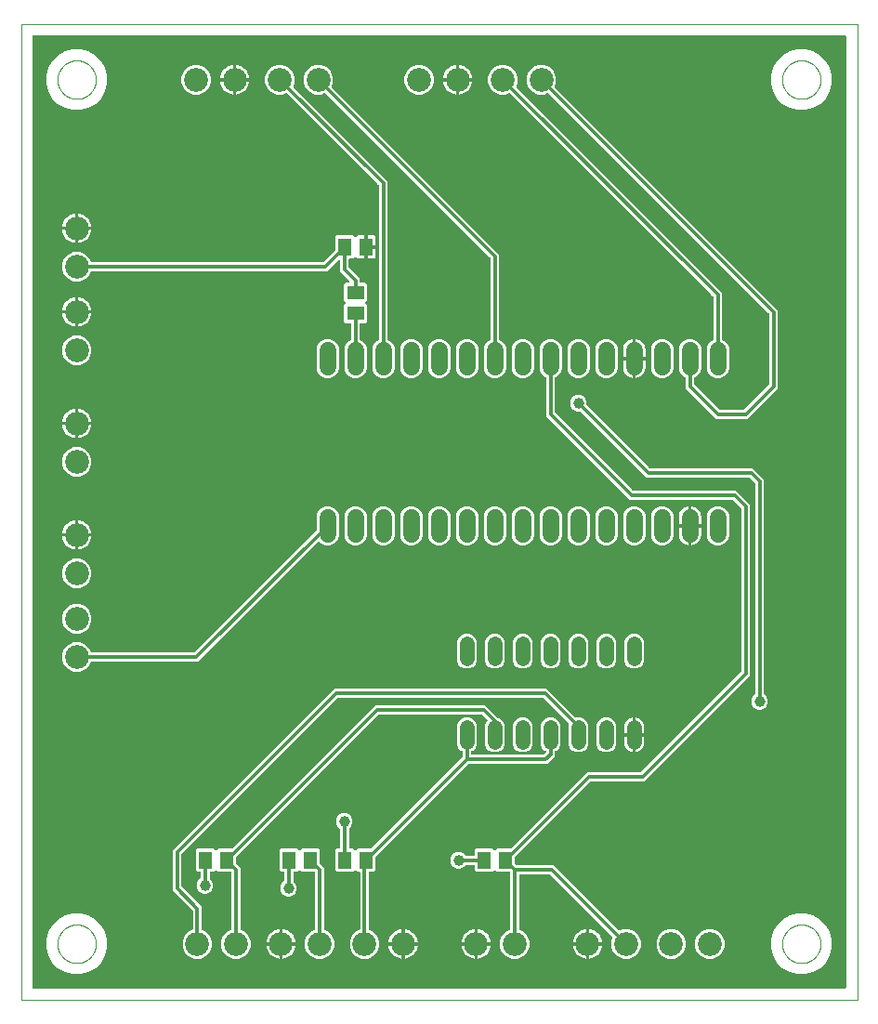
<source format=gtl>
G04 EAGLE Gerber RS-274X export*
G75*
%MOMM*%
%FSLAX34Y34*%
%LPD*%
%INTop Copper*%
%IPPOS*%
%AMOC8*
5,1,8,0,0,1.08239X$1,22.5*%
G01*
%ADD10C,0.000000*%
%ADD11C,1.320800*%
%ADD12C,2.184400*%
%ADD13C,1.524000*%
%ADD14R,1.300000X1.600000*%
%ADD15R,1.600000X1.300000*%
%ADD16C,0.304800*%
%ADD17C,1.006400*%

G36*
X751098Y10164D02*
X751098Y10164D01*
X751117Y10162D01*
X751219Y10184D01*
X751321Y10200D01*
X751338Y10210D01*
X751358Y10214D01*
X751447Y10267D01*
X751538Y10316D01*
X751552Y10330D01*
X751569Y10340D01*
X751636Y10419D01*
X751708Y10494D01*
X751716Y10512D01*
X751729Y10527D01*
X751768Y10623D01*
X751811Y10717D01*
X751813Y10737D01*
X751821Y10755D01*
X751839Y10922D01*
X751839Y878078D01*
X751836Y878098D01*
X751838Y878117D01*
X751816Y878219D01*
X751800Y878321D01*
X751790Y878338D01*
X751786Y878358D01*
X751733Y878447D01*
X751684Y878538D01*
X751670Y878552D01*
X751660Y878569D01*
X751581Y878636D01*
X751506Y878708D01*
X751488Y878716D01*
X751473Y878729D01*
X751377Y878768D01*
X751283Y878811D01*
X751263Y878813D01*
X751245Y878821D01*
X751078Y878839D01*
X10922Y878839D01*
X10902Y878836D01*
X10883Y878838D01*
X10781Y878816D01*
X10679Y878800D01*
X10662Y878790D01*
X10642Y878786D01*
X10553Y878733D01*
X10462Y878684D01*
X10448Y878670D01*
X10431Y878660D01*
X10364Y878581D01*
X10292Y878506D01*
X10284Y878488D01*
X10271Y878473D01*
X10232Y878377D01*
X10189Y878283D01*
X10187Y878263D01*
X10179Y878245D01*
X10161Y878078D01*
X10161Y10922D01*
X10164Y10902D01*
X10162Y10883D01*
X10184Y10781D01*
X10200Y10679D01*
X10210Y10662D01*
X10214Y10642D01*
X10267Y10553D01*
X10316Y10462D01*
X10330Y10448D01*
X10340Y10431D01*
X10419Y10364D01*
X10494Y10292D01*
X10512Y10284D01*
X10527Y10271D01*
X10623Y10232D01*
X10717Y10189D01*
X10737Y10187D01*
X10755Y10179D01*
X10922Y10161D01*
X751078Y10161D01*
X751098Y10164D01*
G37*
%LPC*%
G36*
X447122Y37337D02*
X447122Y37337D01*
X442174Y39387D01*
X438387Y43174D01*
X436337Y48122D01*
X436337Y53478D01*
X438387Y58426D01*
X442174Y62213D01*
X445265Y63494D01*
X445365Y63555D01*
X445465Y63615D01*
X445469Y63620D01*
X445474Y63623D01*
X445549Y63713D01*
X445625Y63802D01*
X445627Y63808D01*
X445631Y63813D01*
X445673Y63921D01*
X445702Y63993D01*
X445707Y64004D01*
X445707Y64007D01*
X445717Y64030D01*
X445718Y64038D01*
X445719Y64042D01*
X445720Y64061D01*
X445735Y64197D01*
X445735Y115698D01*
X445732Y115718D01*
X445734Y115737D01*
X445712Y115839D01*
X445696Y115941D01*
X445686Y115958D01*
X445682Y115978D01*
X445629Y116067D01*
X445580Y116158D01*
X445566Y116172D01*
X445556Y116189D01*
X445477Y116256D01*
X445402Y116328D01*
X445384Y116336D01*
X445369Y116349D01*
X445273Y116388D01*
X445179Y116431D01*
X445159Y116433D01*
X445141Y116441D01*
X444974Y116459D01*
X433748Y116459D01*
X432338Y117869D01*
X432322Y117880D01*
X432310Y117896D01*
X432222Y117952D01*
X432139Y118012D01*
X432120Y118018D01*
X432103Y118029D01*
X432002Y118054D01*
X431903Y118084D01*
X431884Y118084D01*
X431864Y118089D01*
X431761Y118081D01*
X431658Y118078D01*
X431639Y118071D01*
X431619Y118070D01*
X431524Y118029D01*
X431427Y117994D01*
X431411Y117981D01*
X431393Y117973D01*
X431262Y117869D01*
X429852Y116459D01*
X414748Y116459D01*
X413259Y117948D01*
X413259Y122174D01*
X413256Y122194D01*
X413258Y122213D01*
X413236Y122315D01*
X413220Y122417D01*
X413210Y122434D01*
X413206Y122454D01*
X413153Y122543D01*
X413104Y122634D01*
X413090Y122648D01*
X413080Y122665D01*
X413001Y122732D01*
X412926Y122804D01*
X412908Y122812D01*
X412893Y122825D01*
X412797Y122864D01*
X412703Y122907D01*
X412683Y122909D01*
X412665Y122917D01*
X412498Y122935D01*
X405740Y122935D01*
X405650Y122921D01*
X405559Y122913D01*
X405529Y122901D01*
X405497Y122896D01*
X405417Y122853D01*
X405333Y122817D01*
X405301Y122791D01*
X405280Y122780D01*
X405258Y122757D01*
X405202Y122712D01*
X403070Y120580D01*
X400286Y119427D01*
X397274Y119427D01*
X394490Y120580D01*
X392360Y122710D01*
X391207Y125494D01*
X391207Y128506D01*
X392360Y131290D01*
X394490Y133420D01*
X397274Y134573D01*
X400286Y134573D01*
X403070Y133420D01*
X405202Y131288D01*
X405276Y131235D01*
X405345Y131175D01*
X405375Y131163D01*
X405402Y131144D01*
X405488Y131117D01*
X405573Y131083D01*
X405614Y131079D01*
X405637Y131072D01*
X405669Y131073D01*
X405740Y131065D01*
X412498Y131065D01*
X412518Y131068D01*
X412537Y131066D01*
X412639Y131088D01*
X412741Y131104D01*
X412758Y131114D01*
X412778Y131118D01*
X412867Y131171D01*
X412958Y131220D01*
X412972Y131234D01*
X412989Y131244D01*
X413056Y131323D01*
X413128Y131398D01*
X413136Y131416D01*
X413149Y131431D01*
X413188Y131527D01*
X413231Y131621D01*
X413233Y131641D01*
X413241Y131659D01*
X413259Y131826D01*
X413259Y136052D01*
X414748Y137541D01*
X429852Y137541D01*
X431262Y136131D01*
X431278Y136120D01*
X431290Y136104D01*
X431378Y136048D01*
X431461Y135988D01*
X431480Y135982D01*
X431497Y135971D01*
X431598Y135946D01*
X431697Y135916D01*
X431716Y135916D01*
X431736Y135911D01*
X431839Y135919D01*
X431942Y135922D01*
X431961Y135929D01*
X431981Y135930D01*
X432076Y135971D01*
X432173Y136006D01*
X432189Y136019D01*
X432207Y136027D01*
X432338Y136131D01*
X433748Y137541D01*
X445777Y137541D01*
X445867Y137555D01*
X445958Y137563D01*
X445988Y137575D01*
X446020Y137580D01*
X446100Y137623D01*
X446184Y137659D01*
X446216Y137685D01*
X446237Y137696D01*
X446259Y137719D01*
X446315Y137764D01*
X515816Y207265D01*
X564421Y207265D01*
X564511Y207279D01*
X564602Y207287D01*
X564632Y207299D01*
X564664Y207304D01*
X564744Y207347D01*
X564828Y207383D01*
X564860Y207409D01*
X564881Y207420D01*
X564903Y207443D01*
X564959Y207488D01*
X656112Y298641D01*
X656165Y298715D01*
X656225Y298784D01*
X656237Y298814D01*
X656256Y298840D01*
X656283Y298927D01*
X656317Y299012D01*
X656321Y299053D01*
X656328Y299076D01*
X656327Y299108D01*
X656335Y299179D01*
X656335Y447581D01*
X656321Y447671D01*
X656313Y447762D01*
X656301Y447792D01*
X656296Y447824D01*
X656253Y447904D01*
X656217Y447988D01*
X656191Y448020D01*
X656180Y448041D01*
X656157Y448063D01*
X656112Y448119D01*
X648779Y455452D01*
X648705Y455505D01*
X648636Y455565D01*
X648606Y455577D01*
X648580Y455596D01*
X648493Y455623D01*
X648408Y455657D01*
X648367Y455661D01*
X648344Y455668D01*
X648312Y455667D01*
X648241Y455675D01*
X554576Y455675D01*
X478535Y531716D01*
X478535Y566757D01*
X478517Y566871D01*
X478499Y566988D01*
X478497Y566994D01*
X478496Y567000D01*
X478441Y567102D01*
X478388Y567207D01*
X478383Y567212D01*
X478380Y567217D01*
X478296Y567297D01*
X478212Y567380D01*
X478206Y567383D01*
X478202Y567387D01*
X478185Y567394D01*
X478065Y567460D01*
X476844Y567966D01*
X473986Y570824D01*
X472439Y574559D01*
X472439Y593841D01*
X473986Y597576D01*
X476844Y600434D01*
X480579Y601981D01*
X484621Y601981D01*
X488356Y600434D01*
X491214Y597576D01*
X492761Y593841D01*
X492761Y574559D01*
X491214Y570824D01*
X488356Y567966D01*
X487135Y567460D01*
X487035Y567399D01*
X486935Y567339D01*
X486931Y567334D01*
X486926Y567331D01*
X486851Y567240D01*
X486775Y567152D01*
X486773Y567146D01*
X486769Y567141D01*
X486727Y567033D01*
X486683Y566924D01*
X486682Y566916D01*
X486681Y566912D01*
X486680Y566893D01*
X486665Y566757D01*
X486665Y535399D01*
X486666Y535389D01*
X486666Y535384D01*
X486672Y535357D01*
X486679Y535309D01*
X486687Y535218D01*
X486699Y535188D01*
X486704Y535156D01*
X486747Y535076D01*
X486783Y534992D01*
X486809Y534960D01*
X486820Y534939D01*
X486843Y534917D01*
X486888Y534861D01*
X557721Y464028D01*
X557795Y463975D01*
X557864Y463915D01*
X557894Y463903D01*
X557920Y463884D01*
X558007Y463857D01*
X558092Y463823D01*
X558133Y463819D01*
X558156Y463812D01*
X558188Y463813D01*
X558259Y463805D01*
X651924Y463805D01*
X664465Y451264D01*
X664465Y295496D01*
X568104Y199135D01*
X519499Y199135D01*
X519409Y199121D01*
X519318Y199113D01*
X519288Y199101D01*
X519256Y199096D01*
X519176Y199053D01*
X519092Y199017D01*
X519060Y198991D01*
X519039Y198980D01*
X519017Y198957D01*
X518961Y198912D01*
X450564Y130515D01*
X450511Y130441D01*
X450451Y130372D01*
X450439Y130342D01*
X450420Y130316D01*
X450393Y130229D01*
X450359Y130144D01*
X450355Y130103D01*
X450348Y130080D01*
X450349Y130048D01*
X450341Y129977D01*
X450341Y124023D01*
X450355Y123933D01*
X450363Y123842D01*
X450375Y123812D01*
X450380Y123780D01*
X450423Y123700D01*
X450459Y123616D01*
X450485Y123584D01*
X450496Y123563D01*
X450519Y123541D01*
X450564Y123485D01*
X451261Y122788D01*
X451335Y122735D01*
X451404Y122675D01*
X451434Y122663D01*
X451460Y122644D01*
X451547Y122617D01*
X451632Y122583D01*
X451673Y122579D01*
X451696Y122572D01*
X451728Y122573D01*
X451799Y122565D01*
X485384Y122565D01*
X544801Y63147D01*
X544895Y63080D01*
X544990Y63009D01*
X544996Y63007D01*
X545001Y63004D01*
X545112Y62970D01*
X545224Y62933D01*
X545230Y62933D01*
X545236Y62931D01*
X545353Y62934D01*
X545470Y62936D01*
X545477Y62938D01*
X545482Y62938D01*
X545499Y62944D01*
X545631Y62982D01*
X548722Y64263D01*
X554078Y64263D01*
X559026Y62213D01*
X562813Y58426D01*
X564863Y53478D01*
X564863Y48122D01*
X562813Y43174D01*
X559026Y39387D01*
X554078Y37337D01*
X548722Y37337D01*
X543774Y39387D01*
X539987Y43174D01*
X537937Y48122D01*
X537937Y53478D01*
X539218Y56569D01*
X539244Y56683D01*
X539273Y56796D01*
X539272Y56803D01*
X539274Y56809D01*
X539263Y56925D01*
X539254Y57042D01*
X539251Y57047D01*
X539251Y57054D01*
X539203Y57161D01*
X539158Y57268D01*
X539153Y57274D01*
X539151Y57278D01*
X539138Y57292D01*
X539053Y57399D01*
X482239Y114212D01*
X482165Y114265D01*
X482096Y114325D01*
X482066Y114337D01*
X482040Y114356D01*
X481953Y114383D01*
X481868Y114417D01*
X481827Y114421D01*
X481804Y114428D01*
X481772Y114427D01*
X481701Y114435D01*
X454626Y114435D01*
X454606Y114432D01*
X454587Y114434D01*
X454485Y114412D01*
X454383Y114396D01*
X454366Y114386D01*
X454346Y114382D01*
X454257Y114329D01*
X454166Y114280D01*
X454152Y114266D01*
X454135Y114256D01*
X454068Y114177D01*
X453996Y114102D01*
X453988Y114084D01*
X453975Y114069D01*
X453936Y113973D01*
X453893Y113879D01*
X453891Y113859D01*
X453883Y113841D01*
X453865Y113674D01*
X453865Y64197D01*
X453867Y64182D01*
X453866Y64170D01*
X453879Y64107D01*
X453884Y64082D01*
X453901Y63966D01*
X453903Y63960D01*
X453904Y63954D01*
X453959Y63852D01*
X454012Y63747D01*
X454017Y63742D01*
X454020Y63737D01*
X454104Y63657D01*
X454188Y63574D01*
X454194Y63571D01*
X454198Y63567D01*
X454215Y63560D01*
X454335Y63494D01*
X457426Y62213D01*
X461213Y58426D01*
X463263Y53478D01*
X463263Y48122D01*
X461213Y43174D01*
X457426Y39387D01*
X452478Y37337D01*
X447122Y37337D01*
G37*
%LPD*%
%LPC*%
G36*
X158122Y37337D02*
X158122Y37337D01*
X153174Y39387D01*
X149387Y43174D01*
X147337Y48122D01*
X147337Y53478D01*
X149387Y58426D01*
X153174Y62213D01*
X156265Y63494D01*
X156365Y63555D01*
X156465Y63615D01*
X156469Y63620D01*
X156474Y63623D01*
X156549Y63713D01*
X156625Y63802D01*
X156627Y63808D01*
X156631Y63813D01*
X156673Y63921D01*
X156702Y63993D01*
X156707Y64004D01*
X156707Y64007D01*
X156717Y64030D01*
X156718Y64038D01*
X156719Y64042D01*
X156720Y64061D01*
X156735Y64197D01*
X156735Y81041D01*
X156721Y81131D01*
X156713Y81222D01*
X156701Y81252D01*
X156696Y81284D01*
X156653Y81364D01*
X156617Y81448D01*
X156591Y81480D01*
X156580Y81501D01*
X156557Y81523D01*
X156512Y81579D01*
X138175Y99916D01*
X138175Y136304D01*
X285336Y283465D01*
X479204Y283465D01*
X505424Y257244D01*
X505518Y257177D01*
X505613Y257106D01*
X505619Y257104D01*
X505624Y257100D01*
X505735Y257066D01*
X505847Y257030D01*
X505853Y257030D01*
X505859Y257028D01*
X505976Y257031D01*
X506093Y257032D01*
X506100Y257034D01*
X506105Y257034D01*
X506123Y257041D01*
X506150Y257049D01*
X509819Y257049D01*
X513180Y255657D01*
X515753Y253084D01*
X517145Y249723D01*
X517145Y232877D01*
X515753Y229516D01*
X513180Y226943D01*
X509819Y225551D01*
X506181Y225551D01*
X502820Y226943D01*
X500247Y229516D01*
X498855Y232877D01*
X498855Y249723D01*
X499420Y251087D01*
X499447Y251200D01*
X499475Y251314D01*
X499475Y251320D01*
X499476Y251326D01*
X499465Y251443D01*
X499456Y251559D01*
X499454Y251565D01*
X499453Y251571D01*
X499405Y251679D01*
X499360Y251785D01*
X499355Y251791D01*
X499353Y251796D01*
X499341Y251810D01*
X499255Y251916D01*
X476059Y275112D01*
X475985Y275165D01*
X475916Y275225D01*
X475886Y275237D01*
X475860Y275256D01*
X475773Y275283D01*
X475688Y275317D01*
X475647Y275321D01*
X475624Y275328D01*
X475592Y275327D01*
X475521Y275335D01*
X289019Y275335D01*
X288929Y275321D01*
X288838Y275313D01*
X288808Y275301D01*
X288776Y275296D01*
X288696Y275253D01*
X288612Y275217D01*
X288580Y275191D01*
X288559Y275180D01*
X288537Y275157D01*
X288481Y275112D01*
X146528Y133159D01*
X146475Y133085D01*
X146415Y133016D01*
X146403Y132986D01*
X146384Y132960D01*
X146357Y132873D01*
X146323Y132788D01*
X146319Y132747D01*
X146312Y132724D01*
X146313Y132692D01*
X146305Y132621D01*
X146305Y103599D01*
X146319Y103509D01*
X146327Y103418D01*
X146339Y103388D01*
X146344Y103356D01*
X146387Y103276D01*
X146423Y103192D01*
X146449Y103160D01*
X146460Y103139D01*
X146483Y103117D01*
X146528Y103061D01*
X164865Y84724D01*
X164865Y64197D01*
X164867Y64182D01*
X164866Y64170D01*
X164879Y64107D01*
X164884Y64082D01*
X164901Y63966D01*
X164903Y63960D01*
X164904Y63954D01*
X164959Y63852D01*
X165012Y63747D01*
X165017Y63742D01*
X165020Y63737D01*
X165104Y63657D01*
X165188Y63574D01*
X165194Y63571D01*
X165198Y63567D01*
X165215Y63560D01*
X165335Y63494D01*
X168426Y62213D01*
X172213Y58426D01*
X174263Y53478D01*
X174263Y48122D01*
X172213Y43174D01*
X168426Y39387D01*
X163478Y37337D01*
X158122Y37337D01*
G37*
%LPD*%
%LPC*%
G36*
X633316Y529335D02*
X633316Y529335D01*
X605535Y557116D01*
X605535Y566757D01*
X605517Y566871D01*
X605499Y566988D01*
X605497Y566994D01*
X605496Y567000D01*
X605441Y567102D01*
X605388Y567207D01*
X605383Y567212D01*
X605380Y567217D01*
X605296Y567297D01*
X605212Y567380D01*
X605206Y567383D01*
X605202Y567387D01*
X605185Y567394D01*
X605065Y567460D01*
X603844Y567966D01*
X600986Y570824D01*
X599439Y574559D01*
X599439Y593841D01*
X600986Y597576D01*
X603844Y600434D01*
X607579Y601981D01*
X611621Y601981D01*
X615356Y600434D01*
X618214Y597576D01*
X619761Y593841D01*
X619761Y574559D01*
X618214Y570824D01*
X615356Y567966D01*
X614135Y567460D01*
X614035Y567399D01*
X613935Y567339D01*
X613931Y567334D01*
X613926Y567331D01*
X613851Y567241D01*
X613775Y567152D01*
X613773Y567146D01*
X613769Y567141D01*
X613727Y567033D01*
X613683Y566924D01*
X613682Y566916D01*
X613681Y566912D01*
X613680Y566893D01*
X613665Y566757D01*
X613665Y560799D01*
X613679Y560709D01*
X613687Y560618D01*
X613699Y560588D01*
X613704Y560556D01*
X613747Y560476D01*
X613783Y560392D01*
X613809Y560360D01*
X613820Y560339D01*
X613843Y560317D01*
X613888Y560261D01*
X636461Y537688D01*
X636535Y537635D01*
X636604Y537575D01*
X636634Y537563D01*
X636660Y537544D01*
X636747Y537517D01*
X636832Y537483D01*
X636873Y537479D01*
X636896Y537472D01*
X636928Y537473D01*
X636999Y537465D01*
X658401Y537465D01*
X658491Y537479D01*
X658582Y537487D01*
X658612Y537499D01*
X658644Y537504D01*
X658724Y537547D01*
X658808Y537583D01*
X658840Y537609D01*
X658861Y537620D01*
X658883Y537643D01*
X658939Y537688D01*
X681512Y560261D01*
X681565Y560335D01*
X681625Y560404D01*
X681637Y560434D01*
X681656Y560460D01*
X681683Y560547D01*
X681717Y560632D01*
X681721Y560673D01*
X681728Y560696D01*
X681727Y560728D01*
X681735Y560799D01*
X681735Y624601D01*
X681721Y624691D01*
X681713Y624782D01*
X681701Y624812D01*
X681696Y624844D01*
X681653Y624924D01*
X681617Y625008D01*
X681591Y625040D01*
X681580Y625061D01*
X681557Y625083D01*
X681512Y625139D01*
X480799Y825853D01*
X480705Y825920D01*
X480610Y825991D01*
X480604Y825993D01*
X480599Y825996D01*
X480488Y826030D01*
X480376Y826067D01*
X480370Y826067D01*
X480364Y826069D01*
X480247Y826066D01*
X480130Y826064D01*
X480123Y826062D01*
X480118Y826062D01*
X480101Y826056D01*
X479969Y826018D01*
X476878Y824737D01*
X471522Y824737D01*
X466574Y826787D01*
X462787Y830574D01*
X460737Y835522D01*
X460737Y840878D01*
X462787Y845826D01*
X466574Y849613D01*
X471522Y851663D01*
X476878Y851663D01*
X481826Y849613D01*
X485613Y845826D01*
X487663Y840878D01*
X487663Y835522D01*
X486382Y832431D01*
X486356Y832317D01*
X486327Y832204D01*
X486328Y832197D01*
X486326Y832191D01*
X486337Y832075D01*
X486346Y831958D01*
X486349Y831953D01*
X486349Y831946D01*
X486397Y831839D01*
X486442Y831732D01*
X486447Y831726D01*
X486449Y831722D01*
X486462Y831708D01*
X486547Y831601D01*
X687261Y630888D01*
X689865Y628284D01*
X689865Y557116D01*
X662084Y529335D01*
X633316Y529335D01*
G37*
%LPD*%
%LPC*%
G36*
X193122Y37337D02*
X193122Y37337D01*
X188174Y39387D01*
X184387Y43174D01*
X182337Y48122D01*
X182337Y53478D01*
X184387Y58426D01*
X188174Y62213D01*
X191265Y63494D01*
X191365Y63555D01*
X191465Y63615D01*
X191469Y63620D01*
X191474Y63623D01*
X191549Y63713D01*
X191625Y63802D01*
X191627Y63808D01*
X191631Y63813D01*
X191673Y63921D01*
X191702Y63993D01*
X191707Y64004D01*
X191707Y64007D01*
X191717Y64030D01*
X191718Y64038D01*
X191719Y64042D01*
X191720Y64061D01*
X191735Y64197D01*
X191735Y115698D01*
X191732Y115718D01*
X191734Y115737D01*
X191712Y115839D01*
X191696Y115941D01*
X191686Y115958D01*
X191682Y115978D01*
X191629Y116067D01*
X191580Y116158D01*
X191566Y116172D01*
X191556Y116189D01*
X191477Y116256D01*
X191402Y116328D01*
X191384Y116336D01*
X191369Y116349D01*
X191273Y116388D01*
X191179Y116431D01*
X191159Y116433D01*
X191141Y116441D01*
X190974Y116459D01*
X179748Y116459D01*
X178338Y117869D01*
X178322Y117880D01*
X178310Y117896D01*
X178222Y117952D01*
X178139Y118012D01*
X178120Y118018D01*
X178103Y118029D01*
X178002Y118054D01*
X177903Y118084D01*
X177884Y118084D01*
X177864Y118089D01*
X177761Y118081D01*
X177658Y118078D01*
X177639Y118071D01*
X177619Y118070D01*
X177524Y118029D01*
X177427Y117994D01*
X177411Y117981D01*
X177393Y117973D01*
X177262Y117869D01*
X175852Y116459D01*
X173126Y116459D01*
X173106Y116456D01*
X173087Y116458D01*
X172985Y116436D01*
X172883Y116420D01*
X172866Y116410D01*
X172846Y116406D01*
X172757Y116353D01*
X172666Y116304D01*
X172652Y116290D01*
X172635Y116280D01*
X172568Y116201D01*
X172496Y116126D01*
X172488Y116108D01*
X172475Y116093D01*
X172436Y115997D01*
X172393Y115903D01*
X172391Y115883D01*
X172383Y115865D01*
X172365Y115698D01*
X172365Y110440D01*
X172379Y110350D01*
X172387Y110259D01*
X172399Y110229D01*
X172404Y110197D01*
X172447Y110117D01*
X172483Y110033D01*
X172509Y110001D01*
X172520Y109980D01*
X172543Y109958D01*
X172588Y109902D01*
X174060Y108430D01*
X175213Y105646D01*
X175213Y102634D01*
X174060Y99850D01*
X171930Y97720D01*
X169146Y96567D01*
X166134Y96567D01*
X163350Y97720D01*
X161220Y99850D01*
X160067Y102634D01*
X160067Y105646D01*
X161220Y108430D01*
X163350Y110560D01*
X163765Y110732D01*
X163865Y110794D01*
X163965Y110853D01*
X163969Y110858D01*
X163974Y110861D01*
X164049Y110952D01*
X164125Y111040D01*
X164127Y111046D01*
X164131Y111051D01*
X164173Y111159D01*
X164217Y111268D01*
X164218Y111276D01*
X164219Y111280D01*
X164220Y111299D01*
X164235Y111435D01*
X164235Y115698D01*
X164232Y115718D01*
X164234Y115737D01*
X164212Y115839D01*
X164196Y115941D01*
X164186Y115958D01*
X164182Y115978D01*
X164129Y116067D01*
X164080Y116158D01*
X164066Y116172D01*
X164056Y116189D01*
X163977Y116256D01*
X163902Y116328D01*
X163884Y116336D01*
X163869Y116349D01*
X163773Y116388D01*
X163679Y116431D01*
X163659Y116433D01*
X163641Y116441D01*
X163474Y116459D01*
X160748Y116459D01*
X159259Y117948D01*
X159259Y136052D01*
X160748Y137541D01*
X175852Y137541D01*
X177262Y136131D01*
X177278Y136120D01*
X177290Y136104D01*
X177378Y136048D01*
X177461Y135988D01*
X177480Y135982D01*
X177497Y135971D01*
X177598Y135946D01*
X177697Y135916D01*
X177716Y135916D01*
X177736Y135911D01*
X177839Y135919D01*
X177942Y135922D01*
X177961Y135929D01*
X177981Y135930D01*
X178076Y135971D01*
X178173Y136006D01*
X178189Y136019D01*
X178207Y136027D01*
X178338Y136131D01*
X179748Y137541D01*
X191777Y137541D01*
X191867Y137555D01*
X191958Y137563D01*
X191988Y137575D01*
X192020Y137580D01*
X192100Y137623D01*
X192184Y137659D01*
X192216Y137685D01*
X192237Y137696D01*
X192259Y137719D01*
X192315Y137764D01*
X320172Y265621D01*
X322776Y268225D01*
X423324Y268225D01*
X435015Y256533D01*
X435068Y256495D01*
X435115Y256449D01*
X435188Y256409D01*
X435215Y256390D01*
X435234Y256384D01*
X435262Y256368D01*
X436980Y255657D01*
X439553Y253084D01*
X440945Y249723D01*
X440945Y232877D01*
X439553Y229516D01*
X436980Y226943D01*
X433619Y225551D01*
X429981Y225551D01*
X426620Y226943D01*
X424047Y229516D01*
X422655Y232877D01*
X422655Y249723D01*
X424047Y253084D01*
X424969Y254006D01*
X424981Y254022D01*
X424996Y254034D01*
X425027Y254082D01*
X425038Y254094D01*
X425048Y254115D01*
X425052Y254122D01*
X425113Y254206D01*
X425119Y254225D01*
X425129Y254241D01*
X425155Y254342D01*
X425185Y254441D01*
X425185Y254461D01*
X425189Y254480D01*
X425181Y254583D01*
X425179Y254687D01*
X425172Y254705D01*
X425170Y254725D01*
X425130Y254820D01*
X425094Y254918D01*
X425082Y254933D01*
X425074Y254951D01*
X424969Y255082D01*
X420179Y259872D01*
X420105Y259925D01*
X420036Y259985D01*
X420006Y259997D01*
X419980Y260016D01*
X419892Y260043D01*
X419808Y260077D01*
X419767Y260081D01*
X419744Y260088D01*
X419712Y260087D01*
X419641Y260095D01*
X326459Y260095D01*
X326369Y260081D01*
X326278Y260073D01*
X326248Y260061D01*
X326216Y260056D01*
X326136Y260013D01*
X326052Y259977D01*
X326020Y259951D01*
X325999Y259940D01*
X325977Y259917D01*
X325921Y259872D01*
X196564Y130515D01*
X196511Y130441D01*
X196451Y130372D01*
X196439Y130342D01*
X196420Y130316D01*
X196393Y130229D01*
X196359Y130144D01*
X196355Y130103D01*
X196348Y130081D01*
X196349Y130048D01*
X196341Y129977D01*
X196341Y124023D01*
X196355Y123933D01*
X196363Y123842D01*
X196375Y123812D01*
X196380Y123780D01*
X196423Y123700D01*
X196459Y123616D01*
X196485Y123583D01*
X196496Y123563D01*
X196519Y123541D01*
X196564Y123485D01*
X199865Y120184D01*
X199865Y64197D01*
X199867Y64182D01*
X199866Y64170D01*
X199879Y64107D01*
X199884Y64082D01*
X199901Y63966D01*
X199903Y63960D01*
X199904Y63954D01*
X199959Y63852D01*
X200012Y63747D01*
X200017Y63742D01*
X200020Y63737D01*
X200104Y63657D01*
X200188Y63574D01*
X200194Y63571D01*
X200198Y63567D01*
X200215Y63560D01*
X200335Y63494D01*
X203426Y62213D01*
X207213Y58426D01*
X209263Y53478D01*
X209263Y48122D01*
X207213Y43174D01*
X203426Y39387D01*
X198478Y37337D01*
X193122Y37337D01*
G37*
%LPD*%
%LPC*%
G36*
X310522Y37337D02*
X310522Y37337D01*
X305574Y39387D01*
X301787Y43174D01*
X299737Y48122D01*
X299737Y53478D01*
X301787Y58426D01*
X305574Y62213D01*
X308665Y63494D01*
X308765Y63555D01*
X308865Y63615D01*
X308869Y63620D01*
X308874Y63623D01*
X308949Y63713D01*
X309025Y63802D01*
X309027Y63808D01*
X309031Y63813D01*
X309073Y63921D01*
X309102Y63993D01*
X309107Y64004D01*
X309107Y64007D01*
X309117Y64030D01*
X309118Y64038D01*
X309119Y64042D01*
X309120Y64061D01*
X309135Y64197D01*
X309135Y115698D01*
X309132Y115718D01*
X309134Y115737D01*
X309112Y115839D01*
X309096Y115941D01*
X309086Y115958D01*
X309082Y115978D01*
X309029Y116067D01*
X308980Y116158D01*
X308966Y116172D01*
X308956Y116189D01*
X308877Y116256D01*
X308802Y116328D01*
X308784Y116336D01*
X308769Y116349D01*
X308673Y116388D01*
X308579Y116431D01*
X308559Y116433D01*
X308541Y116441D01*
X308374Y116459D01*
X306748Y116459D01*
X305338Y117869D01*
X305322Y117880D01*
X305310Y117896D01*
X305222Y117952D01*
X305139Y118012D01*
X305120Y118018D01*
X305103Y118029D01*
X305002Y118054D01*
X304903Y118084D01*
X304884Y118084D01*
X304864Y118089D01*
X304761Y118081D01*
X304658Y118078D01*
X304639Y118071D01*
X304619Y118070D01*
X304524Y118029D01*
X304427Y117994D01*
X304411Y117981D01*
X304393Y117973D01*
X304262Y117869D01*
X302852Y116459D01*
X287748Y116459D01*
X286259Y117948D01*
X286259Y136052D01*
X287748Y137541D01*
X290474Y137541D01*
X290494Y137544D01*
X290513Y137542D01*
X290615Y137564D01*
X290717Y137580D01*
X290734Y137590D01*
X290754Y137594D01*
X290843Y137647D01*
X290934Y137696D01*
X290948Y137710D01*
X290965Y137720D01*
X291032Y137799D01*
X291104Y137874D01*
X291112Y137892D01*
X291125Y137907D01*
X291164Y138003D01*
X291207Y138097D01*
X291209Y138117D01*
X291217Y138135D01*
X291235Y138302D01*
X291235Y155265D01*
X291216Y155380D01*
X291199Y155496D01*
X291197Y155502D01*
X291196Y155508D01*
X291141Y155610D01*
X291088Y155715D01*
X291083Y155720D01*
X291080Y155725D01*
X290996Y155805D01*
X290912Y155887D01*
X290906Y155891D01*
X290902Y155894D01*
X290885Y155902D01*
X290765Y155968D01*
X290350Y156140D01*
X288220Y158270D01*
X287067Y161054D01*
X287067Y164066D01*
X288220Y166850D01*
X290350Y168980D01*
X293134Y170133D01*
X296146Y170133D01*
X298930Y168980D01*
X301060Y166850D01*
X302213Y164066D01*
X302213Y161054D01*
X301060Y158270D01*
X299588Y156798D01*
X299535Y156724D01*
X299475Y156655D01*
X299463Y156625D01*
X299444Y156598D01*
X299417Y156512D01*
X299383Y156427D01*
X299379Y156386D01*
X299372Y156363D01*
X299373Y156331D01*
X299365Y156260D01*
X299365Y138302D01*
X299368Y138282D01*
X299366Y138263D01*
X299388Y138161D01*
X299404Y138059D01*
X299414Y138042D01*
X299418Y138022D01*
X299471Y137933D01*
X299520Y137842D01*
X299534Y137828D01*
X299544Y137811D01*
X299623Y137744D01*
X299698Y137672D01*
X299716Y137664D01*
X299731Y137651D01*
X299827Y137612D01*
X299921Y137569D01*
X299941Y137567D01*
X299959Y137559D01*
X300126Y137541D01*
X302852Y137541D01*
X304262Y136131D01*
X304278Y136120D01*
X304290Y136104D01*
X304378Y136048D01*
X304461Y135988D01*
X304480Y135982D01*
X304497Y135971D01*
X304598Y135946D01*
X304697Y135916D01*
X304716Y135916D01*
X304736Y135911D01*
X304839Y135919D01*
X304942Y135922D01*
X304961Y135929D01*
X304981Y135930D01*
X305076Y135971D01*
X305173Y136006D01*
X305189Y136019D01*
X305207Y136027D01*
X305338Y136131D01*
X306748Y137541D01*
X318777Y137541D01*
X318867Y137555D01*
X318958Y137563D01*
X318988Y137575D01*
X319020Y137580D01*
X319100Y137623D01*
X319184Y137659D01*
X319216Y137685D01*
X319237Y137696D01*
X319259Y137719D01*
X319315Y137764D01*
X402112Y220561D01*
X402165Y220635D01*
X402225Y220704D01*
X402237Y220734D01*
X402256Y220760D01*
X402283Y220847D01*
X402317Y220932D01*
X402321Y220973D01*
X402328Y220996D01*
X402327Y221028D01*
X402335Y221099D01*
X402335Y225973D01*
X402316Y226088D01*
X402299Y226204D01*
X402297Y226209D01*
X402296Y226216D01*
X402241Y226318D01*
X402188Y226423D01*
X402183Y226427D01*
X402180Y226433D01*
X402096Y226513D01*
X402012Y226595D01*
X402006Y226599D01*
X402002Y226602D01*
X401985Y226610D01*
X401865Y226676D01*
X401220Y226943D01*
X398647Y229516D01*
X397255Y232877D01*
X397255Y249723D01*
X398647Y253084D01*
X401220Y255657D01*
X404581Y257049D01*
X408219Y257049D01*
X411580Y255657D01*
X414153Y253084D01*
X415545Y249723D01*
X415545Y232877D01*
X414153Y229516D01*
X411580Y226943D01*
X410935Y226676D01*
X410835Y226615D01*
X410735Y226555D01*
X410731Y226550D01*
X410726Y226547D01*
X410651Y226456D01*
X410575Y226368D01*
X410573Y226362D01*
X410569Y226357D01*
X410527Y226249D01*
X410483Y226140D01*
X410482Y226132D01*
X410481Y226127D01*
X410480Y226109D01*
X410465Y225973D01*
X410465Y223926D01*
X410468Y223906D01*
X410466Y223887D01*
X410488Y223785D01*
X410504Y223683D01*
X410514Y223666D01*
X410518Y223646D01*
X410571Y223557D01*
X410620Y223466D01*
X410634Y223452D01*
X410644Y223435D01*
X410723Y223368D01*
X410798Y223296D01*
X410816Y223288D01*
X410831Y223275D01*
X410927Y223236D01*
X411021Y223193D01*
X411041Y223191D01*
X411059Y223183D01*
X411226Y223165D01*
X476181Y223165D01*
X476271Y223179D01*
X476362Y223187D01*
X476392Y223199D01*
X476424Y223204D01*
X476504Y223247D01*
X476588Y223283D01*
X476620Y223309D01*
X476641Y223320D01*
X476663Y223343D01*
X476719Y223388D01*
X478312Y224981D01*
X478365Y225055D01*
X478425Y225124D01*
X478437Y225154D01*
X478456Y225180D01*
X478483Y225267D01*
X478517Y225352D01*
X478521Y225393D01*
X478528Y225416D01*
X478527Y225448D01*
X478535Y225519D01*
X478535Y225973D01*
X478516Y226088D01*
X478499Y226204D01*
X478497Y226209D01*
X478496Y226216D01*
X478441Y226318D01*
X478388Y226423D01*
X478383Y226427D01*
X478380Y226433D01*
X478296Y226513D01*
X478212Y226595D01*
X478206Y226599D01*
X478202Y226602D01*
X478185Y226610D01*
X478065Y226676D01*
X477420Y226943D01*
X474847Y229516D01*
X473455Y232877D01*
X473455Y249723D01*
X474847Y253084D01*
X477420Y255657D01*
X480781Y257049D01*
X484419Y257049D01*
X487780Y255657D01*
X490353Y253084D01*
X491745Y249723D01*
X491745Y232877D01*
X490353Y229516D01*
X487780Y226943D01*
X487135Y226676D01*
X487035Y226615D01*
X486935Y226555D01*
X486931Y226550D01*
X486926Y226547D01*
X486851Y226456D01*
X486775Y226368D01*
X486773Y226362D01*
X486769Y226357D01*
X486727Y226249D01*
X486683Y226140D01*
X486682Y226132D01*
X486681Y226127D01*
X486680Y226109D01*
X486665Y225973D01*
X486665Y221836D01*
X479864Y215035D01*
X408399Y215035D01*
X408309Y215021D01*
X408218Y215013D01*
X408188Y215001D01*
X408156Y214996D01*
X408076Y214953D01*
X407992Y214917D01*
X407960Y214891D01*
X407939Y214880D01*
X407917Y214857D01*
X407861Y214812D01*
X323564Y130515D01*
X323511Y130441D01*
X323451Y130372D01*
X323439Y130342D01*
X323420Y130316D01*
X323393Y130229D01*
X323359Y130144D01*
X323355Y130103D01*
X323348Y130081D01*
X323349Y130048D01*
X323341Y129977D01*
X323341Y117948D01*
X321852Y116459D01*
X318026Y116459D01*
X318006Y116456D01*
X317987Y116458D01*
X317885Y116436D01*
X317783Y116420D01*
X317766Y116410D01*
X317746Y116406D01*
X317657Y116353D01*
X317566Y116304D01*
X317552Y116290D01*
X317535Y116280D01*
X317468Y116201D01*
X317396Y116126D01*
X317388Y116108D01*
X317375Y116093D01*
X317336Y115997D01*
X317293Y115903D01*
X317291Y115883D01*
X317283Y115865D01*
X317265Y115698D01*
X317265Y64197D01*
X317267Y64182D01*
X317266Y64170D01*
X317279Y64107D01*
X317284Y64082D01*
X317301Y63966D01*
X317303Y63960D01*
X317304Y63954D01*
X317359Y63852D01*
X317412Y63747D01*
X317417Y63742D01*
X317420Y63737D01*
X317504Y63657D01*
X317588Y63574D01*
X317594Y63571D01*
X317598Y63567D01*
X317615Y63560D01*
X317735Y63494D01*
X320826Y62213D01*
X324613Y58426D01*
X326663Y53478D01*
X326663Y48122D01*
X324613Y43174D01*
X320826Y39387D01*
X315878Y37337D01*
X310522Y37337D01*
G37*
%LPD*%
%LPC*%
G36*
X302779Y566419D02*
X302779Y566419D01*
X299044Y567966D01*
X296186Y570824D01*
X294639Y574559D01*
X294639Y593841D01*
X296186Y597576D01*
X299044Y600434D01*
X300265Y600940D01*
X300365Y601001D01*
X300465Y601061D01*
X300469Y601066D01*
X300474Y601069D01*
X300549Y601160D01*
X300625Y601248D01*
X300627Y601254D01*
X300631Y601259D01*
X300673Y601367D01*
X300691Y601413D01*
X300707Y601447D01*
X300708Y601454D01*
X300717Y601476D01*
X300718Y601484D01*
X300719Y601488D01*
X300720Y601507D01*
X300735Y601643D01*
X300735Y615698D01*
X300732Y615718D01*
X300734Y615737D01*
X300712Y615839D01*
X300696Y615941D01*
X300686Y615958D01*
X300682Y615978D01*
X300629Y616067D01*
X300580Y616158D01*
X300566Y616172D01*
X300556Y616189D01*
X300477Y616256D01*
X300402Y616328D01*
X300384Y616336D01*
X300369Y616349D01*
X300273Y616388D01*
X300179Y616431D01*
X300159Y616433D01*
X300141Y616441D01*
X299974Y616459D01*
X295748Y616459D01*
X294259Y617948D01*
X294259Y633052D01*
X295669Y634462D01*
X295680Y634478D01*
X295696Y634490D01*
X295752Y634578D01*
X295812Y634661D01*
X295818Y634680D01*
X295829Y634697D01*
X295854Y634798D01*
X295884Y634897D01*
X295884Y634916D01*
X295889Y634936D01*
X295881Y635039D01*
X295878Y635142D01*
X295871Y635161D01*
X295870Y635181D01*
X295829Y635276D01*
X295794Y635373D01*
X295781Y635389D01*
X295773Y635407D01*
X295669Y635538D01*
X294259Y636948D01*
X294259Y652052D01*
X295748Y653541D01*
X298993Y653541D01*
X299064Y653552D01*
X299136Y653554D01*
X299184Y653572D01*
X299236Y653580D01*
X299299Y653614D01*
X299367Y653639D01*
X299407Y653671D01*
X299453Y653696D01*
X299503Y653748D01*
X299559Y653792D01*
X299587Y653836D01*
X299623Y653874D01*
X299653Y653939D01*
X299692Y653999D01*
X299704Y654050D01*
X299726Y654097D01*
X299734Y654168D01*
X299752Y654238D01*
X299748Y654290D01*
X299753Y654341D01*
X299738Y654412D01*
X299732Y654483D01*
X299712Y654531D01*
X299701Y654582D01*
X299664Y654643D01*
X299636Y654709D01*
X299591Y654765D01*
X299575Y654793D01*
X299557Y654808D01*
X299531Y654840D01*
X293179Y661192D01*
X290575Y663796D01*
X290575Y673489D01*
X290564Y673560D01*
X290562Y673632D01*
X290544Y673681D01*
X290536Y673732D01*
X290502Y673795D01*
X290477Y673863D01*
X290445Y673903D01*
X290420Y673949D01*
X290369Y673999D01*
X290324Y674055D01*
X290280Y674083D01*
X290242Y674119D01*
X290177Y674149D01*
X290117Y674188D01*
X290066Y674200D01*
X290019Y674222D01*
X289948Y674230D01*
X289878Y674248D01*
X289826Y674244D01*
X289775Y674249D01*
X289704Y674234D01*
X289633Y674228D01*
X289585Y674208D01*
X289534Y674197D01*
X289473Y674160D01*
X289407Y674132D01*
X289351Y674087D01*
X289323Y674071D01*
X289308Y674053D01*
X289276Y674027D01*
X281588Y666339D01*
X278984Y663735D01*
X64197Y663735D01*
X64082Y663716D01*
X63966Y663699D01*
X63960Y663697D01*
X63954Y663696D01*
X63852Y663641D01*
X63747Y663588D01*
X63742Y663583D01*
X63737Y663580D01*
X63657Y663496D01*
X63574Y663412D01*
X63571Y663406D01*
X63567Y663402D01*
X63560Y663385D01*
X63494Y663265D01*
X62213Y660174D01*
X58426Y656387D01*
X53478Y654337D01*
X48122Y654337D01*
X43174Y656387D01*
X39387Y660174D01*
X37337Y665122D01*
X37337Y670478D01*
X39387Y675426D01*
X43174Y679213D01*
X48122Y681263D01*
X53478Y681263D01*
X58426Y679213D01*
X62213Y675426D01*
X63494Y672335D01*
X63555Y672235D01*
X63615Y672135D01*
X63620Y672131D01*
X63623Y672126D01*
X63713Y672051D01*
X63802Y671975D01*
X63808Y671973D01*
X63813Y671969D01*
X63921Y671927D01*
X64030Y671883D01*
X64038Y671882D01*
X64042Y671881D01*
X64061Y671880D01*
X64197Y671865D01*
X275301Y671865D01*
X275391Y671879D01*
X275482Y671887D01*
X275512Y671899D01*
X275544Y671904D01*
X275624Y671947D01*
X275708Y671983D01*
X275740Y672009D01*
X275761Y672020D01*
X275783Y672043D01*
X275839Y672088D01*
X286036Y682285D01*
X286089Y682359D01*
X286149Y682428D01*
X286161Y682458D01*
X286180Y682484D01*
X286207Y682571D01*
X286241Y682656D01*
X286245Y682697D01*
X286252Y682719D01*
X286251Y682752D01*
X286259Y682823D01*
X286259Y694852D01*
X287748Y696341D01*
X302852Y696341D01*
X304358Y694836D01*
X304453Y694767D01*
X304550Y694696D01*
X304554Y694694D01*
X304557Y694692D01*
X304670Y694657D01*
X304784Y694621D01*
X304788Y694621D01*
X304792Y694620D01*
X304911Y694623D01*
X305030Y694625D01*
X305034Y694626D01*
X305038Y694626D01*
X305150Y694667D01*
X305262Y694706D01*
X305265Y694709D01*
X305269Y694710D01*
X305362Y694785D01*
X305456Y694858D01*
X305459Y694862D01*
X305461Y694864D01*
X305469Y694876D01*
X305555Y694993D01*
X305767Y695360D01*
X306240Y695833D01*
X306819Y696168D01*
X307466Y696341D01*
X312777Y696341D01*
X312777Y686562D01*
X312780Y686542D01*
X312778Y686523D01*
X312800Y686421D01*
X312817Y686319D01*
X312826Y686302D01*
X312830Y686282D01*
X312883Y686193D01*
X312932Y686102D01*
X312946Y686088D01*
X312956Y686071D01*
X313035Y686004D01*
X313110Y685933D01*
X313128Y685924D01*
X313143Y685911D01*
X313239Y685872D01*
X313333Y685829D01*
X313353Y685827D01*
X313371Y685819D01*
X313538Y685801D01*
X314301Y685801D01*
X314301Y685799D01*
X313538Y685799D01*
X313518Y685796D01*
X313499Y685798D01*
X313397Y685776D01*
X313295Y685759D01*
X313278Y685750D01*
X313258Y685746D01*
X313169Y685693D01*
X313078Y685644D01*
X313064Y685630D01*
X313047Y685620D01*
X312980Y685541D01*
X312909Y685466D01*
X312900Y685448D01*
X312887Y685433D01*
X312848Y685337D01*
X312805Y685243D01*
X312803Y685223D01*
X312795Y685205D01*
X312777Y685038D01*
X312777Y675259D01*
X307466Y675259D01*
X306819Y675432D01*
X306240Y675767D01*
X305767Y676240D01*
X305555Y676607D01*
X305479Y676699D01*
X305406Y676792D01*
X305402Y676794D01*
X305399Y676797D01*
X305298Y676861D01*
X305199Y676925D01*
X305195Y676926D01*
X305191Y676928D01*
X305075Y676956D01*
X304960Y676985D01*
X304956Y676984D01*
X304952Y676985D01*
X304833Y676975D01*
X304715Y676966D01*
X304711Y676964D01*
X304707Y676964D01*
X304597Y676916D01*
X304489Y676869D01*
X304485Y676866D01*
X304482Y676865D01*
X304471Y676855D01*
X304358Y676764D01*
X302852Y675259D01*
X299466Y675259D01*
X299446Y675256D01*
X299427Y675258D01*
X299325Y675236D01*
X299223Y675220D01*
X299206Y675210D01*
X299186Y675206D01*
X299097Y675153D01*
X299006Y675104D01*
X298992Y675090D01*
X298975Y675080D01*
X298908Y675001D01*
X298836Y674926D01*
X298828Y674908D01*
X298815Y674893D01*
X298776Y674797D01*
X298733Y674703D01*
X298731Y674683D01*
X298723Y674665D01*
X298705Y674498D01*
X298705Y667479D01*
X298719Y667389D01*
X298727Y667298D01*
X298739Y667268D01*
X298744Y667236D01*
X298787Y667156D01*
X298823Y667072D01*
X298849Y667040D01*
X298860Y667019D01*
X298883Y666997D01*
X298928Y666941D01*
X308865Y657004D01*
X308865Y654302D01*
X308868Y654282D01*
X308866Y654263D01*
X308888Y654161D01*
X308904Y654059D01*
X308914Y654042D01*
X308918Y654022D01*
X308971Y653933D01*
X309020Y653842D01*
X309034Y653828D01*
X309044Y653811D01*
X309123Y653744D01*
X309198Y653672D01*
X309216Y653664D01*
X309231Y653651D01*
X309327Y653612D01*
X309421Y653569D01*
X309441Y653567D01*
X309459Y653559D01*
X309626Y653541D01*
X313852Y653541D01*
X315341Y652052D01*
X315341Y636948D01*
X313931Y635538D01*
X313920Y635522D01*
X313904Y635510D01*
X313848Y635422D01*
X313788Y635339D01*
X313782Y635320D01*
X313771Y635303D01*
X313746Y635202D01*
X313716Y635103D01*
X313716Y635084D01*
X313711Y635064D01*
X313719Y634961D01*
X313722Y634858D01*
X313729Y634839D01*
X313730Y634819D01*
X313771Y634724D01*
X313806Y634627D01*
X313819Y634611D01*
X313827Y634593D01*
X313931Y634462D01*
X315341Y633052D01*
X315341Y617948D01*
X313852Y616459D01*
X309626Y616459D01*
X309606Y616456D01*
X309587Y616458D01*
X309485Y616436D01*
X309383Y616420D01*
X309366Y616410D01*
X309346Y616406D01*
X309257Y616353D01*
X309166Y616304D01*
X309152Y616290D01*
X309135Y616280D01*
X309068Y616201D01*
X308996Y616126D01*
X308988Y616108D01*
X308975Y616093D01*
X308936Y615997D01*
X308893Y615903D01*
X308891Y615883D01*
X308883Y615865D01*
X308865Y615698D01*
X308865Y601643D01*
X308867Y601627D01*
X308866Y601613D01*
X308882Y601539D01*
X308884Y601528D01*
X308901Y601412D01*
X308903Y601406D01*
X308904Y601400D01*
X308917Y601376D01*
X308918Y601372D01*
X308929Y601354D01*
X308959Y601298D01*
X309012Y601193D01*
X309017Y601188D01*
X309020Y601183D01*
X309104Y601103D01*
X309188Y601020D01*
X309194Y601017D01*
X309198Y601013D01*
X309215Y601006D01*
X309335Y600940D01*
X310556Y600434D01*
X313414Y597576D01*
X314961Y593841D01*
X314961Y574559D01*
X313414Y570824D01*
X310556Y567966D01*
X306821Y566419D01*
X302779Y566419D01*
G37*
%LPD*%
%LPC*%
G36*
X632979Y566419D02*
X632979Y566419D01*
X629244Y567966D01*
X626386Y570824D01*
X624839Y574559D01*
X624839Y593841D01*
X626386Y597576D01*
X629244Y600434D01*
X630465Y600940D01*
X630565Y601001D01*
X630665Y601061D01*
X630669Y601066D01*
X630674Y601069D01*
X630749Y601159D01*
X630825Y601248D01*
X630827Y601254D01*
X630831Y601259D01*
X630873Y601367D01*
X630891Y601413D01*
X630907Y601447D01*
X630908Y601454D01*
X630917Y601476D01*
X630918Y601484D01*
X630919Y601488D01*
X630920Y601507D01*
X630935Y601643D01*
X630935Y640401D01*
X630921Y640491D01*
X630913Y640582D01*
X630901Y640612D01*
X630896Y640644D01*
X630853Y640724D01*
X630817Y640808D01*
X630791Y640840D01*
X630780Y640861D01*
X630757Y640883D01*
X630712Y640939D01*
X445799Y825853D01*
X445705Y825920D01*
X445610Y825991D01*
X445604Y825993D01*
X445599Y825996D01*
X445488Y826030D01*
X445376Y826067D01*
X445370Y826067D01*
X445364Y826069D01*
X445247Y826066D01*
X445130Y826064D01*
X445123Y826062D01*
X445118Y826062D01*
X445101Y826056D01*
X444969Y826018D01*
X441878Y824737D01*
X436522Y824737D01*
X431574Y826787D01*
X427787Y830574D01*
X425737Y835522D01*
X425737Y840878D01*
X427787Y845826D01*
X431574Y849613D01*
X436522Y851663D01*
X441878Y851663D01*
X446826Y849613D01*
X450613Y845826D01*
X452663Y840878D01*
X452663Y835522D01*
X451382Y832431D01*
X451356Y832317D01*
X451327Y832204D01*
X451328Y832197D01*
X451326Y832191D01*
X451337Y832075D01*
X451346Y831958D01*
X451349Y831953D01*
X451349Y831946D01*
X451397Y831839D01*
X451442Y831732D01*
X451447Y831726D01*
X451449Y831722D01*
X451462Y831708D01*
X451547Y831601D01*
X639065Y644084D01*
X639065Y601643D01*
X639067Y601627D01*
X639066Y601613D01*
X639082Y601539D01*
X639084Y601528D01*
X639101Y601412D01*
X639103Y601406D01*
X639104Y601400D01*
X639117Y601376D01*
X639118Y601372D01*
X639129Y601354D01*
X639159Y601298D01*
X639212Y601193D01*
X639217Y601188D01*
X639220Y601183D01*
X639304Y601103D01*
X639388Y601020D01*
X639394Y601017D01*
X639398Y601013D01*
X639415Y601006D01*
X639535Y600940D01*
X640756Y600434D01*
X643614Y597576D01*
X645161Y593841D01*
X645161Y574559D01*
X643614Y570824D01*
X640756Y567966D01*
X637021Y566419D01*
X632979Y566419D01*
G37*
%LPD*%
%LPC*%
G36*
X429779Y566419D02*
X429779Y566419D01*
X426044Y567966D01*
X423186Y570824D01*
X421639Y574559D01*
X421639Y593841D01*
X423186Y597576D01*
X426044Y600434D01*
X427265Y600940D01*
X427365Y601001D01*
X427465Y601061D01*
X427469Y601066D01*
X427474Y601069D01*
X427549Y601160D01*
X427625Y601248D01*
X427627Y601254D01*
X427631Y601259D01*
X427673Y601367D01*
X427691Y601413D01*
X427707Y601447D01*
X427708Y601454D01*
X427717Y601476D01*
X427718Y601484D01*
X427719Y601488D01*
X427720Y601507D01*
X427735Y601643D01*
X427735Y675401D01*
X427721Y675491D01*
X427713Y675582D01*
X427701Y675612D01*
X427696Y675644D01*
X427653Y675724D01*
X427617Y675808D01*
X427591Y675840D01*
X427580Y675861D01*
X427557Y675883D01*
X427512Y675939D01*
X277599Y825853D01*
X277505Y825920D01*
X277410Y825991D01*
X277404Y825993D01*
X277399Y825996D01*
X277288Y826030D01*
X277176Y826067D01*
X277170Y826067D01*
X277164Y826069D01*
X277047Y826066D01*
X276930Y826064D01*
X276923Y826062D01*
X276918Y826062D01*
X276901Y826056D01*
X276769Y826018D01*
X273678Y824737D01*
X268322Y824737D01*
X263374Y826787D01*
X259587Y830574D01*
X257537Y835522D01*
X257537Y840878D01*
X259587Y845826D01*
X263374Y849613D01*
X268322Y851663D01*
X273678Y851663D01*
X278626Y849613D01*
X282413Y845826D01*
X284463Y840878D01*
X284463Y835522D01*
X283182Y832431D01*
X283156Y832317D01*
X283127Y832204D01*
X283128Y832197D01*
X283126Y832191D01*
X283137Y832075D01*
X283146Y831958D01*
X283149Y831953D01*
X283149Y831946D01*
X283197Y831839D01*
X283242Y831732D01*
X283247Y831726D01*
X283249Y831722D01*
X283262Y831708D01*
X283347Y831601D01*
X435865Y679084D01*
X435865Y601643D01*
X435867Y601627D01*
X435866Y601613D01*
X435882Y601539D01*
X435884Y601528D01*
X435901Y601412D01*
X435903Y601406D01*
X435904Y601400D01*
X435917Y601376D01*
X435918Y601372D01*
X435929Y601354D01*
X435959Y601298D01*
X436012Y601193D01*
X436017Y601188D01*
X436020Y601183D01*
X436104Y601103D01*
X436188Y601020D01*
X436194Y601017D01*
X436198Y601013D01*
X436215Y601006D01*
X436335Y600940D01*
X437556Y600434D01*
X440414Y597576D01*
X441961Y593841D01*
X441961Y574559D01*
X440414Y570824D01*
X437556Y567966D01*
X433821Y566419D01*
X429779Y566419D01*
G37*
%LPD*%
%LPC*%
G36*
X671594Y264207D02*
X671594Y264207D01*
X668810Y265360D01*
X666680Y267490D01*
X665527Y270274D01*
X665527Y273286D01*
X666680Y276070D01*
X668812Y278202D01*
X668865Y278276D01*
X668925Y278345D01*
X668937Y278375D01*
X668956Y278402D01*
X668983Y278488D01*
X669017Y278573D01*
X669021Y278614D01*
X669028Y278637D01*
X669027Y278669D01*
X669035Y278740D01*
X669035Y470441D01*
X669021Y470531D01*
X669013Y470622D01*
X669001Y470652D01*
X668996Y470684D01*
X668953Y470764D01*
X668917Y470848D01*
X668891Y470880D01*
X668880Y470901D01*
X668857Y470923D01*
X668812Y470979D01*
X664019Y475772D01*
X663945Y475825D01*
X663876Y475885D01*
X663846Y475897D01*
X663820Y475916D01*
X663733Y475943D01*
X663648Y475977D01*
X663607Y475981D01*
X663584Y475988D01*
X663552Y475987D01*
X663481Y475995D01*
X569816Y475995D01*
X567212Y478599D01*
X510047Y535764D01*
X509973Y535817D01*
X509904Y535877D01*
X509874Y535889D01*
X509848Y535908D01*
X509761Y535935D01*
X509676Y535969D01*
X509635Y535973D01*
X509613Y535980D01*
X509580Y535979D01*
X509509Y535987D01*
X506494Y535987D01*
X503710Y537140D01*
X501580Y539270D01*
X500427Y542054D01*
X500427Y545066D01*
X501580Y547850D01*
X503710Y549980D01*
X506494Y551133D01*
X509506Y551133D01*
X512290Y549980D01*
X514420Y547850D01*
X515573Y545066D01*
X515573Y542051D01*
X515587Y541961D01*
X515595Y541870D01*
X515607Y541840D01*
X515612Y541808D01*
X515655Y541728D01*
X515691Y541644D01*
X515717Y541612D01*
X515728Y541591D01*
X515751Y541569D01*
X515796Y541513D01*
X572961Y484348D01*
X573035Y484295D01*
X573104Y484235D01*
X573134Y484223D01*
X573160Y484204D01*
X573247Y484177D01*
X573332Y484143D01*
X573373Y484139D01*
X573395Y484132D01*
X573428Y484133D01*
X573499Y484125D01*
X667164Y484125D01*
X677165Y474124D01*
X677165Y278740D01*
X677179Y278650D01*
X677187Y278559D01*
X677199Y278529D01*
X677204Y278497D01*
X677247Y278417D01*
X677283Y278333D01*
X677309Y278301D01*
X677320Y278280D01*
X677343Y278258D01*
X677388Y278202D01*
X679520Y276070D01*
X680673Y273286D01*
X680673Y270274D01*
X679520Y267490D01*
X677390Y265360D01*
X674606Y264207D01*
X671594Y264207D01*
G37*
%LPD*%
%LPC*%
G36*
X328179Y566419D02*
X328179Y566419D01*
X324444Y567966D01*
X321586Y570824D01*
X320039Y574559D01*
X320039Y593841D01*
X321586Y597576D01*
X324444Y600434D01*
X325665Y600940D01*
X325765Y601001D01*
X325865Y601061D01*
X325869Y601066D01*
X325874Y601069D01*
X325949Y601160D01*
X326025Y601248D01*
X326027Y601254D01*
X326031Y601259D01*
X326073Y601367D01*
X326091Y601413D01*
X326107Y601447D01*
X326108Y601454D01*
X326117Y601476D01*
X326118Y601484D01*
X326119Y601488D01*
X326120Y601507D01*
X326135Y601643D01*
X326135Y742001D01*
X326121Y742091D01*
X326113Y742182D01*
X326101Y742212D01*
X326096Y742244D01*
X326053Y742324D01*
X326017Y742408D01*
X325991Y742440D01*
X325980Y742461D01*
X325957Y742483D01*
X325912Y742539D01*
X242599Y825853D01*
X242505Y825920D01*
X242410Y825991D01*
X242404Y825993D01*
X242399Y825996D01*
X242288Y826030D01*
X242176Y826067D01*
X242170Y826067D01*
X242164Y826069D01*
X242047Y826066D01*
X241930Y826064D01*
X241923Y826062D01*
X241918Y826062D01*
X241901Y826056D01*
X241769Y826018D01*
X238678Y824737D01*
X233322Y824737D01*
X228374Y826787D01*
X224587Y830574D01*
X222537Y835522D01*
X222537Y840878D01*
X224587Y845826D01*
X228374Y849613D01*
X233322Y851663D01*
X238678Y851663D01*
X243626Y849613D01*
X247413Y845826D01*
X249463Y840878D01*
X249463Y835522D01*
X248182Y832431D01*
X248156Y832317D01*
X248127Y832204D01*
X248128Y832197D01*
X248126Y832191D01*
X248137Y832075D01*
X248146Y831958D01*
X248149Y831953D01*
X248149Y831946D01*
X248197Y831839D01*
X248242Y831732D01*
X248247Y831726D01*
X248249Y831722D01*
X248262Y831708D01*
X248347Y831601D01*
X334265Y745684D01*
X334265Y601643D01*
X334267Y601627D01*
X334266Y601613D01*
X334282Y601539D01*
X334284Y601528D01*
X334301Y601412D01*
X334303Y601406D01*
X334304Y601400D01*
X334317Y601376D01*
X334318Y601372D01*
X334329Y601354D01*
X334359Y601298D01*
X334412Y601193D01*
X334417Y601188D01*
X334420Y601183D01*
X334504Y601103D01*
X334588Y601020D01*
X334594Y601017D01*
X334598Y601013D01*
X334615Y601006D01*
X334735Y600940D01*
X335956Y600434D01*
X338814Y597576D01*
X340361Y593841D01*
X340361Y574559D01*
X338814Y570824D01*
X335956Y567966D01*
X332221Y566419D01*
X328179Y566419D01*
G37*
%LPD*%
%LPC*%
G36*
X48122Y298737D02*
X48122Y298737D01*
X43174Y300787D01*
X39387Y304574D01*
X37337Y309522D01*
X37337Y314878D01*
X39387Y319826D01*
X43174Y323613D01*
X48122Y325663D01*
X53478Y325663D01*
X58426Y323613D01*
X62213Y319826D01*
X63494Y316735D01*
X63555Y316635D01*
X63615Y316535D01*
X63620Y316531D01*
X63623Y316526D01*
X63713Y316451D01*
X63802Y316375D01*
X63808Y316373D01*
X63813Y316369D01*
X63921Y316327D01*
X64030Y316283D01*
X64038Y316282D01*
X64042Y316281D01*
X64061Y316280D01*
X64197Y316265D01*
X157801Y316265D01*
X157891Y316279D01*
X157982Y316287D01*
X158012Y316299D01*
X158044Y316304D01*
X158124Y316347D01*
X158208Y316383D01*
X158240Y316409D01*
X158261Y316420D01*
X158283Y316443D01*
X158339Y316488D01*
X269016Y427165D01*
X269069Y427239D01*
X269129Y427308D01*
X269141Y427338D01*
X269160Y427364D01*
X269187Y427451D01*
X269221Y427536D01*
X269225Y427577D01*
X269232Y427599D01*
X269231Y427632D01*
X269239Y427703D01*
X269239Y441441D01*
X270786Y445176D01*
X273644Y448034D01*
X277379Y449581D01*
X281421Y449581D01*
X285156Y448034D01*
X288014Y445176D01*
X289561Y441441D01*
X289561Y422159D01*
X288014Y418424D01*
X285156Y415566D01*
X281421Y414019D01*
X277379Y414019D01*
X273644Y415566D01*
X271818Y417393D01*
X271802Y417404D01*
X271789Y417420D01*
X271702Y417476D01*
X271618Y417536D01*
X271599Y417542D01*
X271582Y417553D01*
X271482Y417578D01*
X271383Y417609D01*
X271363Y417608D01*
X271344Y417613D01*
X271241Y417605D01*
X271137Y417602D01*
X271118Y417595D01*
X271098Y417594D01*
X271004Y417554D01*
X270906Y417518D01*
X270890Y417505D01*
X270872Y417498D01*
X270741Y417393D01*
X161484Y308135D01*
X64197Y308135D01*
X64082Y308116D01*
X63966Y308099D01*
X63960Y308097D01*
X63954Y308096D01*
X63852Y308041D01*
X63747Y307988D01*
X63742Y307983D01*
X63737Y307980D01*
X63657Y307896D01*
X63574Y307812D01*
X63571Y307806D01*
X63567Y307802D01*
X63560Y307785D01*
X63494Y307665D01*
X62213Y304574D01*
X58426Y300787D01*
X53478Y298737D01*
X48122Y298737D01*
G37*
%LPD*%
%LPC*%
G36*
X707558Y810539D02*
X707558Y810539D01*
X700523Y812424D01*
X694216Y816066D01*
X689066Y821216D01*
X685424Y827523D01*
X683539Y834558D01*
X683539Y841842D01*
X685424Y848877D01*
X689066Y855184D01*
X694216Y860334D01*
X700523Y863976D01*
X707558Y865861D01*
X714842Y865861D01*
X721877Y863976D01*
X728184Y860334D01*
X733334Y855184D01*
X736976Y848877D01*
X738861Y841842D01*
X738861Y834558D01*
X736976Y827523D01*
X733334Y821216D01*
X728184Y816066D01*
X721877Y812424D01*
X714842Y810539D01*
X707558Y810539D01*
G37*
%LPD*%
%LPC*%
G36*
X47158Y810539D02*
X47158Y810539D01*
X40123Y812424D01*
X33816Y816066D01*
X28666Y821216D01*
X25024Y827523D01*
X23139Y834558D01*
X23139Y841842D01*
X25024Y848877D01*
X28666Y855184D01*
X33816Y860334D01*
X40123Y863976D01*
X47158Y865861D01*
X54442Y865861D01*
X61477Y863976D01*
X67784Y860334D01*
X72934Y855184D01*
X76576Y848877D01*
X78461Y841842D01*
X78461Y834558D01*
X76576Y827523D01*
X72934Y821216D01*
X67784Y816066D01*
X61477Y812424D01*
X54442Y810539D01*
X47158Y810539D01*
G37*
%LPD*%
%LPC*%
G36*
X707558Y23139D02*
X707558Y23139D01*
X700523Y25024D01*
X694216Y28666D01*
X689066Y33816D01*
X685424Y40123D01*
X683539Y47158D01*
X683539Y54442D01*
X685424Y61477D01*
X689066Y67784D01*
X694216Y72934D01*
X700523Y76576D01*
X707558Y78461D01*
X714842Y78461D01*
X721877Y76576D01*
X728184Y72934D01*
X733334Y67784D01*
X736976Y61477D01*
X738861Y54442D01*
X738861Y47158D01*
X736976Y40123D01*
X733334Y33816D01*
X728184Y28666D01*
X721877Y25024D01*
X714842Y23139D01*
X707558Y23139D01*
G37*
%LPD*%
%LPC*%
G36*
X47158Y23139D02*
X47158Y23139D01*
X40123Y25024D01*
X33816Y28666D01*
X28666Y33816D01*
X25024Y40123D01*
X23139Y47158D01*
X23139Y54442D01*
X25024Y61477D01*
X28666Y67784D01*
X33816Y72934D01*
X40123Y76576D01*
X47158Y78461D01*
X54442Y78461D01*
X61477Y76576D01*
X67784Y72934D01*
X72934Y67784D01*
X76576Y61477D01*
X78461Y54442D01*
X78461Y47158D01*
X76576Y40123D01*
X72934Y33816D01*
X67784Y28666D01*
X61477Y25024D01*
X54442Y23139D01*
X47158Y23139D01*
G37*
%LPD*%
%LPC*%
G36*
X269322Y37337D02*
X269322Y37337D01*
X264374Y39387D01*
X260587Y43174D01*
X258537Y48122D01*
X258537Y53478D01*
X260587Y58426D01*
X264374Y62213D01*
X267465Y63494D01*
X267565Y63555D01*
X267665Y63615D01*
X267669Y63620D01*
X267674Y63623D01*
X267749Y63713D01*
X267825Y63802D01*
X267827Y63808D01*
X267831Y63813D01*
X267873Y63921D01*
X267902Y63993D01*
X267907Y64004D01*
X267907Y64007D01*
X267917Y64030D01*
X267918Y64038D01*
X267919Y64042D01*
X267920Y64061D01*
X267935Y64197D01*
X267935Y115698D01*
X267932Y115718D01*
X267934Y115737D01*
X267912Y115839D01*
X267896Y115941D01*
X267886Y115958D01*
X267882Y115978D01*
X267829Y116067D01*
X267780Y116158D01*
X267766Y116172D01*
X267756Y116189D01*
X267677Y116256D01*
X267602Y116328D01*
X267584Y116336D01*
X267569Y116349D01*
X267473Y116388D01*
X267379Y116431D01*
X267359Y116433D01*
X267341Y116441D01*
X267174Y116459D01*
X255948Y116459D01*
X254538Y117869D01*
X254522Y117880D01*
X254510Y117896D01*
X254422Y117952D01*
X254339Y118012D01*
X254320Y118018D01*
X254303Y118029D01*
X254202Y118054D01*
X254103Y118084D01*
X254084Y118084D01*
X254064Y118089D01*
X253961Y118081D01*
X253858Y118078D01*
X253839Y118071D01*
X253819Y118070D01*
X253724Y118029D01*
X253627Y117994D01*
X253611Y117981D01*
X253593Y117973D01*
X253462Y117869D01*
X252052Y116459D01*
X249326Y116459D01*
X249306Y116456D01*
X249287Y116458D01*
X249185Y116436D01*
X249083Y116420D01*
X249066Y116410D01*
X249046Y116406D01*
X248957Y116353D01*
X248866Y116304D01*
X248852Y116290D01*
X248835Y116280D01*
X248768Y116201D01*
X248696Y116126D01*
X248688Y116108D01*
X248675Y116093D01*
X248636Y115997D01*
X248593Y115903D01*
X248591Y115883D01*
X248583Y115865D01*
X248565Y115698D01*
X248565Y107900D01*
X248579Y107810D01*
X248587Y107719D01*
X248599Y107689D01*
X248604Y107657D01*
X248647Y107577D01*
X248683Y107493D01*
X248709Y107461D01*
X248720Y107440D01*
X248743Y107418D01*
X248788Y107362D01*
X250260Y105890D01*
X251413Y103106D01*
X251413Y100094D01*
X250260Y97310D01*
X248130Y95180D01*
X245346Y94027D01*
X242334Y94027D01*
X239550Y95180D01*
X237420Y97310D01*
X236267Y100094D01*
X236267Y103106D01*
X237420Y105890D01*
X239550Y108020D01*
X239965Y108192D01*
X240065Y108254D01*
X240165Y108313D01*
X240169Y108318D01*
X240174Y108321D01*
X240249Y108412D01*
X240325Y108500D01*
X240327Y108506D01*
X240331Y108511D01*
X240373Y108619D01*
X240417Y108728D01*
X240418Y108736D01*
X240419Y108740D01*
X240420Y108759D01*
X240435Y108895D01*
X240435Y115698D01*
X240432Y115718D01*
X240434Y115737D01*
X240412Y115839D01*
X240396Y115941D01*
X240386Y115958D01*
X240382Y115978D01*
X240329Y116067D01*
X240280Y116158D01*
X240266Y116172D01*
X240256Y116189D01*
X240177Y116256D01*
X240102Y116328D01*
X240084Y116336D01*
X240069Y116349D01*
X239973Y116388D01*
X239879Y116431D01*
X239859Y116433D01*
X239841Y116441D01*
X239674Y116459D01*
X236948Y116459D01*
X235459Y117948D01*
X235459Y136052D01*
X236948Y137541D01*
X252052Y137541D01*
X253462Y136131D01*
X253478Y136120D01*
X253490Y136104D01*
X253578Y136048D01*
X253661Y135988D01*
X253680Y135982D01*
X253697Y135971D01*
X253798Y135946D01*
X253897Y135916D01*
X253916Y135916D01*
X253936Y135911D01*
X254039Y135919D01*
X254142Y135922D01*
X254161Y135929D01*
X254181Y135930D01*
X254276Y135971D01*
X254373Y136006D01*
X254389Y136019D01*
X254407Y136027D01*
X254538Y136131D01*
X255948Y137541D01*
X271052Y137541D01*
X272541Y136052D01*
X272541Y124023D01*
X272555Y123933D01*
X272563Y123842D01*
X272575Y123812D01*
X272580Y123780D01*
X272623Y123700D01*
X272659Y123616D01*
X272685Y123584D01*
X272696Y123563D01*
X272719Y123541D01*
X272764Y123485D01*
X276065Y120184D01*
X276065Y64197D01*
X276067Y64182D01*
X276066Y64170D01*
X276079Y64107D01*
X276084Y64082D01*
X276101Y63966D01*
X276103Y63960D01*
X276104Y63954D01*
X276159Y63852D01*
X276212Y63747D01*
X276217Y63742D01*
X276220Y63737D01*
X276304Y63657D01*
X276388Y63574D01*
X276394Y63571D01*
X276398Y63567D01*
X276415Y63560D01*
X276535Y63494D01*
X279626Y62213D01*
X283413Y58426D01*
X285463Y53478D01*
X285463Y48122D01*
X283413Y43174D01*
X279626Y39387D01*
X274678Y37337D01*
X269322Y37337D01*
G37*
%LPD*%
%LPC*%
G36*
X505979Y566419D02*
X505979Y566419D01*
X502244Y567966D01*
X499386Y570824D01*
X497839Y574559D01*
X497839Y593841D01*
X499386Y597576D01*
X502244Y600434D01*
X505979Y601981D01*
X510021Y601981D01*
X513756Y600434D01*
X516614Y597576D01*
X518161Y593841D01*
X518161Y574559D01*
X516614Y570824D01*
X513756Y567966D01*
X510021Y566419D01*
X505979Y566419D01*
G37*
%LPD*%
%LPC*%
G36*
X404379Y566419D02*
X404379Y566419D01*
X400644Y567966D01*
X397786Y570824D01*
X396239Y574559D01*
X396239Y593841D01*
X397786Y597576D01*
X400644Y600434D01*
X404379Y601981D01*
X408421Y601981D01*
X412156Y600434D01*
X415014Y597576D01*
X416561Y593841D01*
X416561Y574559D01*
X415014Y570824D01*
X412156Y567966D01*
X408421Y566419D01*
X404379Y566419D01*
G37*
%LPD*%
%LPC*%
G36*
X328179Y414019D02*
X328179Y414019D01*
X324444Y415566D01*
X321586Y418424D01*
X320039Y422159D01*
X320039Y441441D01*
X321586Y445176D01*
X324444Y448034D01*
X328179Y449581D01*
X332221Y449581D01*
X335956Y448034D01*
X338814Y445176D01*
X340361Y441441D01*
X340361Y422159D01*
X338814Y418424D01*
X335956Y415566D01*
X332221Y414019D01*
X328179Y414019D01*
G37*
%LPD*%
%LPC*%
G36*
X353579Y414019D02*
X353579Y414019D01*
X349844Y415566D01*
X346986Y418424D01*
X345439Y422159D01*
X345439Y441441D01*
X346986Y445176D01*
X349844Y448034D01*
X353579Y449581D01*
X357621Y449581D01*
X361356Y448034D01*
X364214Y445176D01*
X365761Y441441D01*
X365761Y422159D01*
X364214Y418424D01*
X361356Y415566D01*
X357621Y414019D01*
X353579Y414019D01*
G37*
%LPD*%
%LPC*%
G36*
X378979Y414019D02*
X378979Y414019D01*
X375244Y415566D01*
X372386Y418424D01*
X370839Y422159D01*
X370839Y441441D01*
X372386Y445176D01*
X375244Y448034D01*
X378979Y449581D01*
X383021Y449581D01*
X386756Y448034D01*
X389614Y445176D01*
X391161Y441441D01*
X391161Y422159D01*
X389614Y418424D01*
X386756Y415566D01*
X383021Y414019D01*
X378979Y414019D01*
G37*
%LPD*%
%LPC*%
G36*
X277379Y566419D02*
X277379Y566419D01*
X273644Y567966D01*
X270786Y570824D01*
X269239Y574559D01*
X269239Y593841D01*
X270786Y597576D01*
X273644Y600434D01*
X277379Y601981D01*
X281421Y601981D01*
X285156Y600434D01*
X288014Y597576D01*
X289561Y593841D01*
X289561Y574559D01*
X288014Y570824D01*
X285156Y567966D01*
X281421Y566419D01*
X277379Y566419D01*
G37*
%LPD*%
%LPC*%
G36*
X455179Y414019D02*
X455179Y414019D01*
X451444Y415566D01*
X448586Y418424D01*
X447039Y422159D01*
X447039Y441441D01*
X448586Y445176D01*
X451444Y448034D01*
X455179Y449581D01*
X459221Y449581D01*
X462956Y448034D01*
X465814Y445176D01*
X467361Y441441D01*
X467361Y422159D01*
X465814Y418424D01*
X462956Y415566D01*
X459221Y414019D01*
X455179Y414019D01*
G37*
%LPD*%
%LPC*%
G36*
X404379Y414019D02*
X404379Y414019D01*
X400644Y415566D01*
X397786Y418424D01*
X396239Y422159D01*
X396239Y441441D01*
X397786Y445176D01*
X400644Y448034D01*
X404379Y449581D01*
X408421Y449581D01*
X412156Y448034D01*
X415014Y445176D01*
X416561Y441441D01*
X416561Y422159D01*
X415014Y418424D01*
X412156Y415566D01*
X408421Y414019D01*
X404379Y414019D01*
G37*
%LPD*%
%LPC*%
G36*
X582179Y414019D02*
X582179Y414019D01*
X578444Y415566D01*
X575586Y418424D01*
X574039Y422159D01*
X574039Y441441D01*
X575586Y445176D01*
X578444Y448034D01*
X582179Y449581D01*
X586221Y449581D01*
X589956Y448034D01*
X592814Y445176D01*
X594361Y441441D01*
X594361Y422159D01*
X592814Y418424D01*
X589956Y415566D01*
X586221Y414019D01*
X582179Y414019D01*
G37*
%LPD*%
%LPC*%
G36*
X556779Y414019D02*
X556779Y414019D01*
X553044Y415566D01*
X550186Y418424D01*
X548639Y422159D01*
X548639Y441441D01*
X550186Y445176D01*
X553044Y448034D01*
X556779Y449581D01*
X560821Y449581D01*
X564556Y448034D01*
X567414Y445176D01*
X568961Y441441D01*
X568961Y422159D01*
X567414Y418424D01*
X564556Y415566D01*
X560821Y414019D01*
X556779Y414019D01*
G37*
%LPD*%
%LPC*%
G36*
X505979Y414019D02*
X505979Y414019D01*
X502244Y415566D01*
X499386Y418424D01*
X497839Y422159D01*
X497839Y441441D01*
X499386Y445176D01*
X502244Y448034D01*
X505979Y449581D01*
X510021Y449581D01*
X513756Y448034D01*
X516614Y445176D01*
X518161Y441441D01*
X518161Y422159D01*
X516614Y418424D01*
X513756Y415566D01*
X510021Y414019D01*
X505979Y414019D01*
G37*
%LPD*%
%LPC*%
G36*
X480579Y414019D02*
X480579Y414019D01*
X476844Y415566D01*
X473986Y418424D01*
X472439Y422159D01*
X472439Y441441D01*
X473986Y445176D01*
X476844Y448034D01*
X480579Y449581D01*
X484621Y449581D01*
X488356Y448034D01*
X491214Y445176D01*
X492761Y441441D01*
X492761Y422159D01*
X491214Y418424D01*
X488356Y415566D01*
X484621Y414019D01*
X480579Y414019D01*
G37*
%LPD*%
%LPC*%
G36*
X429779Y414019D02*
X429779Y414019D01*
X426044Y415566D01*
X423186Y418424D01*
X421639Y422159D01*
X421639Y441441D01*
X423186Y445176D01*
X426044Y448034D01*
X429779Y449581D01*
X433821Y449581D01*
X437556Y448034D01*
X440414Y445176D01*
X441961Y441441D01*
X441961Y422159D01*
X440414Y418424D01*
X437556Y415566D01*
X433821Y414019D01*
X429779Y414019D01*
G37*
%LPD*%
%LPC*%
G36*
X531379Y414019D02*
X531379Y414019D01*
X527644Y415566D01*
X524786Y418424D01*
X523239Y422159D01*
X523239Y441441D01*
X524786Y445176D01*
X527644Y448034D01*
X531379Y449581D01*
X535421Y449581D01*
X539156Y448034D01*
X542014Y445176D01*
X543561Y441441D01*
X543561Y422159D01*
X542014Y418424D01*
X539156Y415566D01*
X535421Y414019D01*
X531379Y414019D01*
G37*
%LPD*%
%LPC*%
G36*
X302779Y414019D02*
X302779Y414019D01*
X299044Y415566D01*
X296186Y418424D01*
X294639Y422159D01*
X294639Y441441D01*
X296186Y445176D01*
X299044Y448034D01*
X302779Y449581D01*
X306821Y449581D01*
X310556Y448034D01*
X313414Y445176D01*
X314961Y441441D01*
X314961Y422159D01*
X313414Y418424D01*
X310556Y415566D01*
X306821Y414019D01*
X302779Y414019D01*
G37*
%LPD*%
%LPC*%
G36*
X632979Y414019D02*
X632979Y414019D01*
X629244Y415566D01*
X626386Y418424D01*
X624839Y422159D01*
X624839Y441441D01*
X626386Y445176D01*
X629244Y448034D01*
X632979Y449581D01*
X637021Y449581D01*
X640756Y448034D01*
X643614Y445176D01*
X645161Y441441D01*
X645161Y422159D01*
X643614Y418424D01*
X640756Y415566D01*
X637021Y414019D01*
X632979Y414019D01*
G37*
%LPD*%
%LPC*%
G36*
X531379Y566419D02*
X531379Y566419D01*
X527644Y567966D01*
X524786Y570824D01*
X523239Y574559D01*
X523239Y593841D01*
X524786Y597576D01*
X527644Y600434D01*
X531379Y601981D01*
X535421Y601981D01*
X539156Y600434D01*
X542014Y597576D01*
X543561Y593841D01*
X543561Y574559D01*
X542014Y570824D01*
X539156Y567966D01*
X535421Y566419D01*
X531379Y566419D01*
G37*
%LPD*%
%LPC*%
G36*
X378979Y566419D02*
X378979Y566419D01*
X375244Y567966D01*
X372386Y570824D01*
X370839Y574559D01*
X370839Y593841D01*
X372386Y597576D01*
X375244Y600434D01*
X378979Y601981D01*
X383021Y601981D01*
X386756Y600434D01*
X389614Y597576D01*
X391161Y593841D01*
X391161Y574559D01*
X389614Y570824D01*
X386756Y567966D01*
X383021Y566419D01*
X378979Y566419D01*
G37*
%LPD*%
%LPC*%
G36*
X353579Y566419D02*
X353579Y566419D01*
X349844Y567966D01*
X346986Y570824D01*
X345439Y574559D01*
X345439Y593841D01*
X346986Y597576D01*
X349844Y600434D01*
X353579Y601981D01*
X357621Y601981D01*
X361356Y600434D01*
X364214Y597576D01*
X365761Y593841D01*
X365761Y574559D01*
X364214Y570824D01*
X361356Y567966D01*
X357621Y566419D01*
X353579Y566419D01*
G37*
%LPD*%
%LPC*%
G36*
X455179Y566419D02*
X455179Y566419D01*
X451444Y567966D01*
X448586Y570824D01*
X447039Y574559D01*
X447039Y593841D01*
X448586Y597576D01*
X451444Y600434D01*
X455179Y601981D01*
X459221Y601981D01*
X462956Y600434D01*
X465814Y597576D01*
X467361Y593841D01*
X467361Y574559D01*
X465814Y570824D01*
X462956Y567966D01*
X459221Y566419D01*
X455179Y566419D01*
G37*
%LPD*%
%LPC*%
G36*
X582179Y566419D02*
X582179Y566419D01*
X578444Y567966D01*
X575586Y570824D01*
X574039Y574559D01*
X574039Y593841D01*
X575586Y597576D01*
X578444Y600434D01*
X582179Y601981D01*
X586221Y601981D01*
X589956Y600434D01*
X592814Y597576D01*
X594361Y593841D01*
X594361Y574559D01*
X592814Y570824D01*
X589956Y567966D01*
X586221Y566419D01*
X582179Y566419D01*
G37*
%LPD*%
%LPC*%
G36*
X157122Y824737D02*
X157122Y824737D01*
X152174Y826787D01*
X148387Y830574D01*
X146337Y835522D01*
X146337Y840878D01*
X148387Y845826D01*
X152174Y849613D01*
X157122Y851663D01*
X162478Y851663D01*
X167426Y849613D01*
X171213Y845826D01*
X173263Y840878D01*
X173263Y835522D01*
X171213Y830574D01*
X167426Y826787D01*
X162478Y824737D01*
X157122Y824737D01*
G37*
%LPD*%
%LPC*%
G36*
X360322Y824737D02*
X360322Y824737D01*
X355374Y826787D01*
X351587Y830574D01*
X349537Y835522D01*
X349537Y840878D01*
X351587Y845826D01*
X355374Y849613D01*
X360322Y851663D01*
X365678Y851663D01*
X370626Y849613D01*
X374413Y845826D01*
X376463Y840878D01*
X376463Y835522D01*
X374413Y830574D01*
X370626Y826787D01*
X365678Y824737D01*
X360322Y824737D01*
G37*
%LPD*%
%LPC*%
G36*
X48122Y333737D02*
X48122Y333737D01*
X43174Y335787D01*
X39387Y339574D01*
X37337Y344522D01*
X37337Y349878D01*
X39387Y354826D01*
X43174Y358613D01*
X48122Y360663D01*
X53478Y360663D01*
X58426Y358613D01*
X62213Y354826D01*
X64263Y349878D01*
X64263Y344522D01*
X62213Y339574D01*
X58426Y335787D01*
X53478Y333737D01*
X48122Y333737D01*
G37*
%LPD*%
%LPC*%
G36*
X48122Y374937D02*
X48122Y374937D01*
X43174Y376987D01*
X39387Y380774D01*
X37337Y385722D01*
X37337Y391078D01*
X39387Y396026D01*
X43174Y399813D01*
X48122Y401863D01*
X53478Y401863D01*
X58426Y399813D01*
X62213Y396026D01*
X64263Y391078D01*
X64263Y385722D01*
X62213Y380774D01*
X58426Y376987D01*
X53478Y374937D01*
X48122Y374937D01*
G37*
%LPD*%
%LPC*%
G36*
X48122Y476537D02*
X48122Y476537D01*
X43174Y478587D01*
X39387Y482374D01*
X37337Y487322D01*
X37337Y492678D01*
X39387Y497626D01*
X43174Y501413D01*
X48122Y503463D01*
X53478Y503463D01*
X58426Y501413D01*
X62213Y497626D01*
X64263Y492678D01*
X64263Y487322D01*
X62213Y482374D01*
X58426Y478587D01*
X53478Y476537D01*
X48122Y476537D01*
G37*
%LPD*%
%LPC*%
G36*
X589922Y37337D02*
X589922Y37337D01*
X584974Y39387D01*
X581187Y43174D01*
X579137Y48122D01*
X579137Y53478D01*
X581187Y58426D01*
X584974Y62213D01*
X589922Y64263D01*
X595278Y64263D01*
X600226Y62213D01*
X604013Y58426D01*
X606063Y53478D01*
X606063Y48122D01*
X604013Y43174D01*
X600226Y39387D01*
X595278Y37337D01*
X589922Y37337D01*
G37*
%LPD*%
%LPC*%
G36*
X48122Y578137D02*
X48122Y578137D01*
X43174Y580187D01*
X39387Y583974D01*
X37337Y588922D01*
X37337Y594278D01*
X39387Y599226D01*
X43174Y603013D01*
X48122Y605063D01*
X53478Y605063D01*
X58426Y603013D01*
X62213Y599226D01*
X64263Y594278D01*
X64263Y588922D01*
X62213Y583974D01*
X58426Y580187D01*
X53478Y578137D01*
X48122Y578137D01*
G37*
%LPD*%
%LPC*%
G36*
X624922Y37337D02*
X624922Y37337D01*
X619974Y39387D01*
X616187Y43174D01*
X614137Y48122D01*
X614137Y53478D01*
X616187Y58426D01*
X619974Y62213D01*
X624922Y64263D01*
X630278Y64263D01*
X635226Y62213D01*
X639013Y58426D01*
X641063Y53478D01*
X641063Y48122D01*
X639013Y43174D01*
X635226Y39387D01*
X630278Y37337D01*
X624922Y37337D01*
G37*
%LPD*%
%LPC*%
G36*
X429981Y301751D02*
X429981Y301751D01*
X426620Y303143D01*
X424047Y305716D01*
X422655Y309077D01*
X422655Y325923D01*
X424047Y329284D01*
X426620Y331857D01*
X429981Y333249D01*
X433619Y333249D01*
X436980Y331857D01*
X439553Y329284D01*
X440945Y325923D01*
X440945Y309077D01*
X439553Y305716D01*
X436980Y303143D01*
X433619Y301751D01*
X429981Y301751D01*
G37*
%LPD*%
%LPC*%
G36*
X455381Y301751D02*
X455381Y301751D01*
X452020Y303143D01*
X449447Y305716D01*
X448055Y309077D01*
X448055Y325923D01*
X449447Y329284D01*
X452020Y331857D01*
X455381Y333249D01*
X459019Y333249D01*
X462380Y331857D01*
X464953Y329284D01*
X466345Y325923D01*
X466345Y309077D01*
X464953Y305716D01*
X462380Y303143D01*
X459019Y301751D01*
X455381Y301751D01*
G37*
%LPD*%
%LPC*%
G36*
X480781Y301751D02*
X480781Y301751D01*
X477420Y303143D01*
X474847Y305716D01*
X473455Y309077D01*
X473455Y325923D01*
X474847Y329284D01*
X477420Y331857D01*
X480781Y333249D01*
X484419Y333249D01*
X487780Y331857D01*
X490353Y329284D01*
X491745Y325923D01*
X491745Y309077D01*
X490353Y305716D01*
X487780Y303143D01*
X484419Y301751D01*
X480781Y301751D01*
G37*
%LPD*%
%LPC*%
G36*
X506181Y301751D02*
X506181Y301751D01*
X502820Y303143D01*
X500247Y305716D01*
X498855Y309077D01*
X498855Y325923D01*
X500247Y329284D01*
X502820Y331857D01*
X506181Y333249D01*
X509819Y333249D01*
X513180Y331857D01*
X515753Y329284D01*
X517145Y325923D01*
X517145Y309077D01*
X515753Y305716D01*
X513180Y303143D01*
X509819Y301751D01*
X506181Y301751D01*
G37*
%LPD*%
%LPC*%
G36*
X404581Y301751D02*
X404581Y301751D01*
X401220Y303143D01*
X398647Y305716D01*
X397255Y309077D01*
X397255Y325923D01*
X398647Y329284D01*
X401220Y331857D01*
X404581Y333249D01*
X408219Y333249D01*
X411580Y331857D01*
X414153Y329284D01*
X415545Y325923D01*
X415545Y309077D01*
X414153Y305716D01*
X411580Y303143D01*
X408219Y301751D01*
X404581Y301751D01*
G37*
%LPD*%
%LPC*%
G36*
X531581Y301751D02*
X531581Y301751D01*
X528220Y303143D01*
X525647Y305716D01*
X524255Y309077D01*
X524255Y325923D01*
X525647Y329284D01*
X528220Y331857D01*
X531581Y333249D01*
X535219Y333249D01*
X538580Y331857D01*
X541153Y329284D01*
X542545Y325923D01*
X542545Y309077D01*
X541153Y305716D01*
X538580Y303143D01*
X535219Y301751D01*
X531581Y301751D01*
G37*
%LPD*%
%LPC*%
G36*
X556981Y301751D02*
X556981Y301751D01*
X553620Y303143D01*
X551047Y305716D01*
X549655Y309077D01*
X549655Y325923D01*
X551047Y329284D01*
X553620Y331857D01*
X556981Y333249D01*
X560619Y333249D01*
X563980Y331857D01*
X566553Y329284D01*
X567945Y325923D01*
X567945Y309077D01*
X566553Y305716D01*
X563980Y303143D01*
X560619Y301751D01*
X556981Y301751D01*
G37*
%LPD*%
%LPC*%
G36*
X531581Y225551D02*
X531581Y225551D01*
X528220Y226943D01*
X525647Y229516D01*
X524255Y232877D01*
X524255Y249723D01*
X525647Y253084D01*
X528220Y255657D01*
X531581Y257049D01*
X535219Y257049D01*
X538580Y255657D01*
X541153Y253084D01*
X542545Y249723D01*
X542545Y232877D01*
X541153Y229516D01*
X538580Y226943D01*
X535219Y225551D01*
X531581Y225551D01*
G37*
%LPD*%
%LPC*%
G36*
X455381Y225551D02*
X455381Y225551D01*
X452020Y226943D01*
X449447Y229516D01*
X448055Y232877D01*
X448055Y249723D01*
X449447Y253084D01*
X452020Y255657D01*
X455381Y257049D01*
X459019Y257049D01*
X462380Y255657D01*
X464953Y253084D01*
X466345Y249723D01*
X466345Y232877D01*
X464953Y229516D01*
X462380Y226943D01*
X459019Y225551D01*
X455381Y225551D01*
G37*
%LPD*%
%LPC*%
G36*
X560323Y585723D02*
X560323Y585723D01*
X560323Y601866D01*
X561179Y601731D01*
X562700Y601236D01*
X564125Y600510D01*
X565419Y599570D01*
X566550Y598439D01*
X567490Y597145D01*
X568216Y595720D01*
X568711Y594199D01*
X568961Y592620D01*
X568961Y585723D01*
X560323Y585723D01*
G37*
%LPD*%
%LPC*%
G36*
X611123Y433323D02*
X611123Y433323D01*
X611123Y449466D01*
X611979Y449331D01*
X613500Y448836D01*
X614925Y448110D01*
X616219Y447170D01*
X617350Y446039D01*
X618290Y444745D01*
X619016Y443320D01*
X619511Y441799D01*
X619761Y440220D01*
X619761Y433323D01*
X611123Y433323D01*
G37*
%LPD*%
%LPC*%
G36*
X560323Y582677D02*
X560323Y582677D01*
X568961Y582677D01*
X568961Y575780D01*
X568711Y574201D01*
X568216Y572680D01*
X567490Y571255D01*
X566550Y569961D01*
X565419Y568830D01*
X564125Y567890D01*
X562700Y567164D01*
X561179Y566669D01*
X560323Y566534D01*
X560323Y582677D01*
G37*
%LPD*%
%LPC*%
G36*
X611123Y430277D02*
X611123Y430277D01*
X619761Y430277D01*
X619761Y423380D01*
X619511Y421801D01*
X619016Y420280D01*
X618290Y418855D01*
X617350Y417561D01*
X616219Y416430D01*
X614925Y415490D01*
X613500Y414764D01*
X611979Y414269D01*
X611123Y414134D01*
X611123Y430277D01*
G37*
%LPD*%
%LPC*%
G36*
X599439Y433323D02*
X599439Y433323D01*
X599439Y440220D01*
X599689Y441799D01*
X600184Y443320D01*
X600910Y444745D01*
X601850Y446039D01*
X602981Y447170D01*
X604275Y448110D01*
X605700Y448836D01*
X607221Y449331D01*
X608077Y449466D01*
X608077Y433323D01*
X599439Y433323D01*
G37*
%LPD*%
%LPC*%
G36*
X548639Y585723D02*
X548639Y585723D01*
X548639Y592620D01*
X548889Y594199D01*
X549384Y595720D01*
X550110Y597145D01*
X551050Y598439D01*
X552181Y599570D01*
X553475Y600510D01*
X554900Y601236D01*
X556421Y601731D01*
X557277Y601866D01*
X557277Y585723D01*
X548639Y585723D01*
G37*
%LPD*%
%LPC*%
G36*
X556421Y566669D02*
X556421Y566669D01*
X554900Y567164D01*
X553475Y567890D01*
X552181Y568830D01*
X551050Y569961D01*
X550110Y571255D01*
X549384Y572680D01*
X548889Y574201D01*
X548639Y575780D01*
X548639Y582677D01*
X557277Y582677D01*
X557277Y566534D01*
X556421Y566669D01*
G37*
%LPD*%
%LPC*%
G36*
X607221Y414269D02*
X607221Y414269D01*
X605700Y414764D01*
X604275Y415490D01*
X602981Y416430D01*
X601850Y417561D01*
X600910Y418855D01*
X600184Y420280D01*
X599689Y421801D01*
X599439Y423380D01*
X599439Y430277D01*
X608077Y430277D01*
X608077Y414134D01*
X607221Y414269D01*
G37*
%LPD*%
%LPC*%
G36*
X196323Y839723D02*
X196323Y839723D01*
X196323Y851589D01*
X197952Y851331D01*
X199968Y850676D01*
X201856Y849714D01*
X203570Y848469D01*
X205069Y846970D01*
X206314Y845256D01*
X207276Y843368D01*
X207931Y841352D01*
X208189Y839723D01*
X196323Y839723D01*
G37*
%LPD*%
%LPC*%
G36*
X399523Y839723D02*
X399523Y839723D01*
X399523Y851589D01*
X401152Y851331D01*
X403168Y850676D01*
X405056Y849714D01*
X406770Y848469D01*
X408269Y846970D01*
X409514Y845256D01*
X410476Y843368D01*
X411131Y841352D01*
X411389Y839723D01*
X399523Y839723D01*
G37*
%LPD*%
%LPC*%
G36*
X52323Y704323D02*
X52323Y704323D01*
X52323Y716189D01*
X53952Y715931D01*
X55968Y715276D01*
X57856Y714314D01*
X59570Y713069D01*
X61069Y711570D01*
X62314Y709856D01*
X63276Y707968D01*
X63931Y705952D01*
X64189Y704323D01*
X52323Y704323D01*
G37*
%LPD*%
%LPC*%
G36*
X52323Y628123D02*
X52323Y628123D01*
X52323Y639989D01*
X53952Y639731D01*
X55968Y639076D01*
X57856Y638114D01*
X59570Y636869D01*
X61069Y635370D01*
X62314Y633656D01*
X63276Y631768D01*
X63931Y629752D01*
X64189Y628123D01*
X52323Y628123D01*
G37*
%LPD*%
%LPC*%
G36*
X52323Y526523D02*
X52323Y526523D01*
X52323Y538389D01*
X53952Y538131D01*
X55968Y537476D01*
X57856Y536514D01*
X59570Y535269D01*
X61069Y533770D01*
X62314Y532056D01*
X63276Y530168D01*
X63931Y528152D01*
X64189Y526523D01*
X52323Y526523D01*
G37*
%LPD*%
%LPC*%
G36*
X349723Y52323D02*
X349723Y52323D01*
X349723Y64189D01*
X351352Y63931D01*
X353368Y63276D01*
X355256Y62314D01*
X356970Y61069D01*
X358469Y59570D01*
X359714Y57856D01*
X360676Y55968D01*
X361331Y53952D01*
X361589Y52323D01*
X349723Y52323D01*
G37*
%LPD*%
%LPC*%
G36*
X52323Y424923D02*
X52323Y424923D01*
X52323Y436789D01*
X53952Y436531D01*
X55968Y435876D01*
X57856Y434914D01*
X59570Y433669D01*
X61069Y432170D01*
X62314Y430456D01*
X63276Y428568D01*
X63931Y426552D01*
X64189Y424923D01*
X52323Y424923D01*
G37*
%LPD*%
%LPC*%
G36*
X238523Y52323D02*
X238523Y52323D01*
X238523Y64189D01*
X240152Y63931D01*
X242168Y63276D01*
X244056Y62314D01*
X245770Y61069D01*
X247269Y59570D01*
X248514Y57856D01*
X249476Y55968D01*
X250131Y53952D01*
X250389Y52323D01*
X238523Y52323D01*
G37*
%LPD*%
%LPC*%
G36*
X416323Y52323D02*
X416323Y52323D01*
X416323Y64189D01*
X417952Y63931D01*
X419968Y63276D01*
X421856Y62314D01*
X423570Y61069D01*
X425069Y59570D01*
X426314Y57856D01*
X427276Y55968D01*
X427931Y53952D01*
X428189Y52323D01*
X416323Y52323D01*
G37*
%LPD*%
%LPC*%
G36*
X517923Y52323D02*
X517923Y52323D01*
X517923Y64189D01*
X519552Y63931D01*
X521568Y63276D01*
X523456Y62314D01*
X525170Y61069D01*
X526669Y59570D01*
X527914Y57856D01*
X528876Y55968D01*
X529531Y53952D01*
X529789Y52323D01*
X517923Y52323D01*
G37*
%LPD*%
%LPC*%
G36*
X37411Y628123D02*
X37411Y628123D01*
X37669Y629752D01*
X38324Y631768D01*
X39286Y633656D01*
X40531Y635370D01*
X42030Y636869D01*
X43744Y638114D01*
X45632Y639076D01*
X47648Y639731D01*
X49277Y639989D01*
X49277Y628123D01*
X37411Y628123D01*
G37*
%LPD*%
%LPC*%
G36*
X399523Y836677D02*
X399523Y836677D01*
X411389Y836677D01*
X411131Y835048D01*
X410476Y833032D01*
X409514Y831144D01*
X408269Y829430D01*
X406770Y827931D01*
X405056Y826686D01*
X403168Y825724D01*
X401152Y825069D01*
X399523Y824811D01*
X399523Y836677D01*
G37*
%LPD*%
%LPC*%
G36*
X238523Y49277D02*
X238523Y49277D01*
X250389Y49277D01*
X250131Y47648D01*
X249476Y45632D01*
X248514Y43744D01*
X247269Y42030D01*
X245770Y40531D01*
X244056Y39286D01*
X242168Y38324D01*
X240152Y37669D01*
X238523Y37411D01*
X238523Y49277D01*
G37*
%LPD*%
%LPC*%
G36*
X503011Y52323D02*
X503011Y52323D01*
X503269Y53952D01*
X503924Y55968D01*
X504886Y57856D01*
X506131Y59570D01*
X507630Y61069D01*
X509344Y62314D01*
X511232Y63276D01*
X513248Y63931D01*
X514877Y64189D01*
X514877Y52323D01*
X503011Y52323D01*
G37*
%LPD*%
%LPC*%
G36*
X52323Y421877D02*
X52323Y421877D01*
X64189Y421877D01*
X63931Y420248D01*
X63276Y418232D01*
X62314Y416344D01*
X61069Y414630D01*
X59570Y413131D01*
X57856Y411886D01*
X55968Y410924D01*
X53952Y410269D01*
X52323Y410011D01*
X52323Y421877D01*
G37*
%LPD*%
%LPC*%
G36*
X349723Y49277D02*
X349723Y49277D01*
X361589Y49277D01*
X361331Y47648D01*
X360676Y45632D01*
X359714Y43744D01*
X358469Y42030D01*
X356970Y40531D01*
X355256Y39286D01*
X353368Y38324D01*
X351352Y37669D01*
X349723Y37411D01*
X349723Y49277D01*
G37*
%LPD*%
%LPC*%
G36*
X37411Y424923D02*
X37411Y424923D01*
X37669Y426552D01*
X38324Y428568D01*
X39286Y430456D01*
X40531Y432170D01*
X42030Y433669D01*
X43744Y434914D01*
X45632Y435876D01*
X47648Y436531D01*
X49277Y436789D01*
X49277Y424923D01*
X37411Y424923D01*
G37*
%LPD*%
%LPC*%
G36*
X52323Y701277D02*
X52323Y701277D01*
X64189Y701277D01*
X63931Y699648D01*
X63276Y697632D01*
X62314Y695744D01*
X61069Y694030D01*
X59570Y692531D01*
X57856Y691286D01*
X55968Y690324D01*
X53952Y689669D01*
X52323Y689411D01*
X52323Y701277D01*
G37*
%LPD*%
%LPC*%
G36*
X416323Y49277D02*
X416323Y49277D01*
X428189Y49277D01*
X427931Y47648D01*
X427276Y45632D01*
X426314Y43744D01*
X425069Y42030D01*
X423570Y40531D01*
X421856Y39286D01*
X419968Y38324D01*
X417952Y37669D01*
X416323Y37411D01*
X416323Y49277D01*
G37*
%LPD*%
%LPC*%
G36*
X37411Y704323D02*
X37411Y704323D01*
X37669Y705952D01*
X38324Y707968D01*
X39286Y709856D01*
X40531Y711570D01*
X42030Y713069D01*
X43744Y714314D01*
X45632Y715276D01*
X47648Y715931D01*
X49277Y716189D01*
X49277Y704323D01*
X37411Y704323D01*
G37*
%LPD*%
%LPC*%
G36*
X401411Y52323D02*
X401411Y52323D01*
X401669Y53952D01*
X402324Y55968D01*
X403286Y57856D01*
X404531Y59570D01*
X406030Y61069D01*
X407744Y62314D01*
X409632Y63276D01*
X411648Y63931D01*
X413277Y64189D01*
X413277Y52323D01*
X401411Y52323D01*
G37*
%LPD*%
%LPC*%
G36*
X196323Y836677D02*
X196323Y836677D01*
X208189Y836677D01*
X207931Y835048D01*
X207276Y833032D01*
X206314Y831144D01*
X205069Y829430D01*
X203570Y827931D01*
X201856Y826686D01*
X199968Y825724D01*
X197952Y825069D01*
X196323Y824811D01*
X196323Y836677D01*
G37*
%LPD*%
%LPC*%
G36*
X52323Y625077D02*
X52323Y625077D01*
X64189Y625077D01*
X63931Y623448D01*
X63276Y621432D01*
X62314Y619544D01*
X61069Y617830D01*
X59570Y616331D01*
X57856Y615086D01*
X55968Y614124D01*
X53952Y613469D01*
X52323Y613211D01*
X52323Y625077D01*
G37*
%LPD*%
%LPC*%
G36*
X517923Y49277D02*
X517923Y49277D01*
X529789Y49277D01*
X529531Y47648D01*
X528876Y45632D01*
X527914Y43744D01*
X526669Y42030D01*
X525170Y40531D01*
X523456Y39286D01*
X521568Y38324D01*
X519552Y37669D01*
X517923Y37411D01*
X517923Y49277D01*
G37*
%LPD*%
%LPC*%
G36*
X334811Y52323D02*
X334811Y52323D01*
X335069Y53952D01*
X335724Y55968D01*
X336686Y57856D01*
X337931Y59570D01*
X339430Y61069D01*
X341144Y62314D01*
X343032Y63276D01*
X345048Y63931D01*
X346677Y64189D01*
X346677Y52323D01*
X334811Y52323D01*
G37*
%LPD*%
%LPC*%
G36*
X384611Y839723D02*
X384611Y839723D01*
X384869Y841352D01*
X385524Y843368D01*
X386486Y845256D01*
X387731Y846970D01*
X389230Y848469D01*
X390944Y849714D01*
X392832Y850676D01*
X394848Y851331D01*
X396477Y851589D01*
X396477Y839723D01*
X384611Y839723D01*
G37*
%LPD*%
%LPC*%
G36*
X181411Y839723D02*
X181411Y839723D01*
X181669Y841352D01*
X182324Y843368D01*
X183286Y845256D01*
X184531Y846970D01*
X186030Y848469D01*
X187744Y849714D01*
X189632Y850676D01*
X191648Y851331D01*
X193277Y851589D01*
X193277Y839723D01*
X181411Y839723D01*
G37*
%LPD*%
%LPC*%
G36*
X52323Y523477D02*
X52323Y523477D01*
X64189Y523477D01*
X63931Y521848D01*
X63276Y519832D01*
X62314Y517944D01*
X61069Y516230D01*
X59570Y514731D01*
X57856Y513486D01*
X55968Y512524D01*
X53952Y511869D01*
X52323Y511611D01*
X52323Y523477D01*
G37*
%LPD*%
%LPC*%
G36*
X37411Y526523D02*
X37411Y526523D01*
X37669Y528152D01*
X38324Y530168D01*
X39286Y532056D01*
X40531Y533770D01*
X42030Y535269D01*
X43744Y536514D01*
X45632Y537476D01*
X47648Y538131D01*
X49277Y538389D01*
X49277Y526523D01*
X37411Y526523D01*
G37*
%LPD*%
%LPC*%
G36*
X223611Y52323D02*
X223611Y52323D01*
X223869Y53952D01*
X224524Y55968D01*
X225486Y57856D01*
X226731Y59570D01*
X228230Y61069D01*
X229944Y62314D01*
X231832Y63276D01*
X233848Y63931D01*
X235477Y64189D01*
X235477Y52323D01*
X223611Y52323D01*
G37*
%LPD*%
%LPC*%
G36*
X233848Y37669D02*
X233848Y37669D01*
X231832Y38324D01*
X229944Y39286D01*
X228230Y40531D01*
X226731Y42030D01*
X225486Y43744D01*
X224524Y45632D01*
X223869Y47648D01*
X223611Y49277D01*
X235477Y49277D01*
X235477Y37411D01*
X233848Y37669D01*
G37*
%LPD*%
%LPC*%
G36*
X47648Y410269D02*
X47648Y410269D01*
X45632Y410924D01*
X43744Y411886D01*
X42030Y413131D01*
X40531Y414630D01*
X39286Y416344D01*
X38324Y418232D01*
X37669Y420248D01*
X37411Y421877D01*
X49277Y421877D01*
X49277Y410011D01*
X47648Y410269D01*
G37*
%LPD*%
%LPC*%
G36*
X191648Y825069D02*
X191648Y825069D01*
X189632Y825724D01*
X187744Y826686D01*
X186030Y827931D01*
X184531Y829430D01*
X183286Y831144D01*
X182324Y833032D01*
X181669Y835048D01*
X181411Y836677D01*
X193277Y836677D01*
X193277Y824811D01*
X191648Y825069D01*
G37*
%LPD*%
%LPC*%
G36*
X394848Y825069D02*
X394848Y825069D01*
X392832Y825724D01*
X390944Y826686D01*
X389230Y827931D01*
X387731Y829430D01*
X386486Y831144D01*
X385524Y833032D01*
X384869Y835048D01*
X384611Y836677D01*
X396477Y836677D01*
X396477Y824811D01*
X394848Y825069D01*
G37*
%LPD*%
%LPC*%
G36*
X47648Y689669D02*
X47648Y689669D01*
X45632Y690324D01*
X43744Y691286D01*
X42030Y692531D01*
X40531Y694030D01*
X39286Y695744D01*
X38324Y697632D01*
X37669Y699648D01*
X37411Y701277D01*
X49277Y701277D01*
X49277Y689411D01*
X47648Y689669D01*
G37*
%LPD*%
%LPC*%
G36*
X47648Y613469D02*
X47648Y613469D01*
X45632Y614124D01*
X43744Y615086D01*
X42030Y616331D01*
X40531Y617830D01*
X39286Y619544D01*
X38324Y621432D01*
X37669Y623448D01*
X37411Y625077D01*
X49277Y625077D01*
X49277Y613211D01*
X47648Y613469D01*
G37*
%LPD*%
%LPC*%
G36*
X47648Y511869D02*
X47648Y511869D01*
X45632Y512524D01*
X43744Y513486D01*
X42030Y514731D01*
X40531Y516230D01*
X39286Y517944D01*
X38324Y519832D01*
X37669Y521848D01*
X37411Y523477D01*
X49277Y523477D01*
X49277Y511611D01*
X47648Y511869D01*
G37*
%LPD*%
%LPC*%
G36*
X513248Y37669D02*
X513248Y37669D01*
X511232Y38324D01*
X509344Y39286D01*
X507630Y40531D01*
X506131Y42030D01*
X504886Y43744D01*
X503924Y45632D01*
X503269Y47648D01*
X503011Y49277D01*
X514877Y49277D01*
X514877Y37411D01*
X513248Y37669D01*
G37*
%LPD*%
%LPC*%
G36*
X411648Y37669D02*
X411648Y37669D01*
X409632Y38324D01*
X407744Y39286D01*
X406030Y40531D01*
X404531Y42030D01*
X403286Y43744D01*
X402324Y45632D01*
X401669Y47648D01*
X401411Y49277D01*
X413277Y49277D01*
X413277Y37411D01*
X411648Y37669D01*
G37*
%LPD*%
%LPC*%
G36*
X345048Y37669D02*
X345048Y37669D01*
X343032Y38324D01*
X341144Y39286D01*
X339430Y40531D01*
X337931Y42030D01*
X336686Y43744D01*
X335724Y45632D01*
X335069Y47648D01*
X334811Y49277D01*
X346677Y49277D01*
X346677Y37411D01*
X345048Y37669D01*
G37*
%LPD*%
%LPC*%
G36*
X560323Y242823D02*
X560323Y242823D01*
X560323Y256925D01*
X561467Y256697D01*
X563132Y256008D01*
X564630Y255007D01*
X565903Y253734D01*
X566904Y252236D01*
X567593Y250571D01*
X567945Y248805D01*
X567945Y242823D01*
X560323Y242823D01*
G37*
%LPD*%
%LPC*%
G36*
X560323Y239777D02*
X560323Y239777D01*
X567945Y239777D01*
X567945Y233795D01*
X567593Y232029D01*
X566904Y230364D01*
X565903Y228866D01*
X564630Y227593D01*
X563132Y226592D01*
X561467Y225903D01*
X560323Y225675D01*
X560323Y239777D01*
G37*
%LPD*%
%LPC*%
G36*
X549655Y242823D02*
X549655Y242823D01*
X549655Y248805D01*
X550007Y250571D01*
X550696Y252236D01*
X551697Y253734D01*
X552970Y255007D01*
X554468Y256008D01*
X556133Y256697D01*
X557277Y256925D01*
X557277Y242823D01*
X549655Y242823D01*
G37*
%LPD*%
%LPC*%
G36*
X556133Y225903D02*
X556133Y225903D01*
X554468Y226592D01*
X552970Y227593D01*
X551697Y228866D01*
X550696Y230364D01*
X550007Y232029D01*
X549655Y233795D01*
X549655Y239777D01*
X557277Y239777D01*
X557277Y225675D01*
X556133Y225903D01*
G37*
%LPD*%
%LPC*%
G36*
X315823Y687323D02*
X315823Y687323D01*
X315823Y696341D01*
X321134Y696341D01*
X321781Y696168D01*
X322360Y695833D01*
X322833Y695360D01*
X323168Y694781D01*
X323341Y694134D01*
X323341Y687323D01*
X315823Y687323D01*
G37*
%LPD*%
%LPC*%
G36*
X315823Y675259D02*
X315823Y675259D01*
X315823Y684277D01*
X323341Y684277D01*
X323341Y677466D01*
X323168Y676819D01*
X322833Y676240D01*
X322360Y675767D01*
X321781Y675432D01*
X321134Y675259D01*
X315823Y675259D01*
G37*
%LPD*%
%LPC*%
G36*
X558799Y241299D02*
X558799Y241299D01*
X558799Y241301D01*
X558801Y241301D01*
X558801Y241299D01*
X558799Y241299D01*
G37*
%LPD*%
%LPC*%
G36*
X609599Y431799D02*
X609599Y431799D01*
X609599Y431801D01*
X609601Y431801D01*
X609601Y431799D01*
X609599Y431799D01*
G37*
%LPD*%
%LPC*%
G36*
X194799Y838199D02*
X194799Y838199D01*
X194799Y838201D01*
X194801Y838201D01*
X194801Y838199D01*
X194799Y838199D01*
G37*
%LPD*%
%LPC*%
G36*
X516399Y50799D02*
X516399Y50799D01*
X516399Y50801D01*
X516401Y50801D01*
X516401Y50799D01*
X516399Y50799D01*
G37*
%LPD*%
%LPC*%
G36*
X414799Y50799D02*
X414799Y50799D01*
X414799Y50801D01*
X414801Y50801D01*
X414801Y50799D01*
X414799Y50799D01*
G37*
%LPD*%
%LPC*%
G36*
X348199Y50799D02*
X348199Y50799D01*
X348199Y50801D01*
X348201Y50801D01*
X348201Y50799D01*
X348199Y50799D01*
G37*
%LPD*%
%LPC*%
G36*
X236999Y50799D02*
X236999Y50799D01*
X236999Y50801D01*
X237001Y50801D01*
X237001Y50799D01*
X236999Y50799D01*
G37*
%LPD*%
%LPC*%
G36*
X397999Y838199D02*
X397999Y838199D01*
X397999Y838201D01*
X398001Y838201D01*
X398001Y838199D01*
X397999Y838199D01*
G37*
%LPD*%
%LPC*%
G36*
X558799Y584199D02*
X558799Y584199D01*
X558799Y584201D01*
X558801Y584201D01*
X558801Y584199D01*
X558799Y584199D01*
G37*
%LPD*%
%LPC*%
G36*
X50799Y702799D02*
X50799Y702799D01*
X50799Y702801D01*
X50801Y702801D01*
X50801Y702799D01*
X50799Y702799D01*
G37*
%LPD*%
%LPC*%
G36*
X50799Y626599D02*
X50799Y626599D01*
X50799Y626601D01*
X50801Y626601D01*
X50801Y626599D01*
X50799Y626599D01*
G37*
%LPD*%
%LPC*%
G36*
X50799Y423399D02*
X50799Y423399D01*
X50799Y423401D01*
X50801Y423401D01*
X50801Y423399D01*
X50799Y423399D01*
G37*
%LPD*%
%LPC*%
G36*
X50799Y524999D02*
X50799Y524999D01*
X50799Y525001D01*
X50801Y525001D01*
X50801Y524999D01*
X50799Y524999D01*
G37*
%LPD*%
D10*
X0Y0D02*
X762000Y0D01*
X762000Y889000D01*
X0Y889000D01*
X0Y0D01*
X33300Y50800D02*
X33305Y51229D01*
X33321Y51659D01*
X33347Y52087D01*
X33384Y52515D01*
X33432Y52942D01*
X33489Y53368D01*
X33558Y53792D01*
X33636Y54214D01*
X33725Y54634D01*
X33824Y55052D01*
X33934Y55467D01*
X34054Y55880D01*
X34183Y56289D01*
X34323Y56696D01*
X34473Y57098D01*
X34632Y57497D01*
X34801Y57892D01*
X34980Y58282D01*
X35169Y58668D01*
X35366Y59049D01*
X35573Y59426D01*
X35790Y59797D01*
X36015Y60162D01*
X36249Y60522D01*
X36492Y60877D01*
X36744Y61225D01*
X37004Y61567D01*
X37272Y61902D01*
X37549Y62231D01*
X37833Y62552D01*
X38126Y62867D01*
X38426Y63174D01*
X38733Y63474D01*
X39048Y63767D01*
X39369Y64051D01*
X39698Y64328D01*
X40033Y64596D01*
X40375Y64856D01*
X40723Y65108D01*
X41078Y65351D01*
X41438Y65585D01*
X41803Y65810D01*
X42174Y66027D01*
X42551Y66234D01*
X42932Y66431D01*
X43318Y66620D01*
X43708Y66799D01*
X44103Y66968D01*
X44502Y67127D01*
X44904Y67277D01*
X45311Y67417D01*
X45720Y67546D01*
X46133Y67666D01*
X46548Y67776D01*
X46966Y67875D01*
X47386Y67964D01*
X47808Y68042D01*
X48232Y68111D01*
X48658Y68168D01*
X49085Y68216D01*
X49513Y68253D01*
X49941Y68279D01*
X50371Y68295D01*
X50800Y68300D01*
X51229Y68295D01*
X51659Y68279D01*
X52087Y68253D01*
X52515Y68216D01*
X52942Y68168D01*
X53368Y68111D01*
X53792Y68042D01*
X54214Y67964D01*
X54634Y67875D01*
X55052Y67776D01*
X55467Y67666D01*
X55880Y67546D01*
X56289Y67417D01*
X56696Y67277D01*
X57098Y67127D01*
X57497Y66968D01*
X57892Y66799D01*
X58282Y66620D01*
X58668Y66431D01*
X59049Y66234D01*
X59426Y66027D01*
X59797Y65810D01*
X60162Y65585D01*
X60522Y65351D01*
X60877Y65108D01*
X61225Y64856D01*
X61567Y64596D01*
X61902Y64328D01*
X62231Y64051D01*
X62552Y63767D01*
X62867Y63474D01*
X63174Y63174D01*
X63474Y62867D01*
X63767Y62552D01*
X64051Y62231D01*
X64328Y61902D01*
X64596Y61567D01*
X64856Y61225D01*
X65108Y60877D01*
X65351Y60522D01*
X65585Y60162D01*
X65810Y59797D01*
X66027Y59426D01*
X66234Y59049D01*
X66431Y58668D01*
X66620Y58282D01*
X66799Y57892D01*
X66968Y57497D01*
X67127Y57098D01*
X67277Y56696D01*
X67417Y56289D01*
X67546Y55880D01*
X67666Y55467D01*
X67776Y55052D01*
X67875Y54634D01*
X67964Y54214D01*
X68042Y53792D01*
X68111Y53368D01*
X68168Y52942D01*
X68216Y52515D01*
X68253Y52087D01*
X68279Y51659D01*
X68295Y51229D01*
X68300Y50800D01*
X68295Y50371D01*
X68279Y49941D01*
X68253Y49513D01*
X68216Y49085D01*
X68168Y48658D01*
X68111Y48232D01*
X68042Y47808D01*
X67964Y47386D01*
X67875Y46966D01*
X67776Y46548D01*
X67666Y46133D01*
X67546Y45720D01*
X67417Y45311D01*
X67277Y44904D01*
X67127Y44502D01*
X66968Y44103D01*
X66799Y43708D01*
X66620Y43318D01*
X66431Y42932D01*
X66234Y42551D01*
X66027Y42174D01*
X65810Y41803D01*
X65585Y41438D01*
X65351Y41078D01*
X65108Y40723D01*
X64856Y40375D01*
X64596Y40033D01*
X64328Y39698D01*
X64051Y39369D01*
X63767Y39048D01*
X63474Y38733D01*
X63174Y38426D01*
X62867Y38126D01*
X62552Y37833D01*
X62231Y37549D01*
X61902Y37272D01*
X61567Y37004D01*
X61225Y36744D01*
X60877Y36492D01*
X60522Y36249D01*
X60162Y36015D01*
X59797Y35790D01*
X59426Y35573D01*
X59049Y35366D01*
X58668Y35169D01*
X58282Y34980D01*
X57892Y34801D01*
X57497Y34632D01*
X57098Y34473D01*
X56696Y34323D01*
X56289Y34183D01*
X55880Y34054D01*
X55467Y33934D01*
X55052Y33824D01*
X54634Y33725D01*
X54214Y33636D01*
X53792Y33558D01*
X53368Y33489D01*
X52942Y33432D01*
X52515Y33384D01*
X52087Y33347D01*
X51659Y33321D01*
X51229Y33305D01*
X50800Y33300D01*
X50371Y33305D01*
X49941Y33321D01*
X49513Y33347D01*
X49085Y33384D01*
X48658Y33432D01*
X48232Y33489D01*
X47808Y33558D01*
X47386Y33636D01*
X46966Y33725D01*
X46548Y33824D01*
X46133Y33934D01*
X45720Y34054D01*
X45311Y34183D01*
X44904Y34323D01*
X44502Y34473D01*
X44103Y34632D01*
X43708Y34801D01*
X43318Y34980D01*
X42932Y35169D01*
X42551Y35366D01*
X42174Y35573D01*
X41803Y35790D01*
X41438Y36015D01*
X41078Y36249D01*
X40723Y36492D01*
X40375Y36744D01*
X40033Y37004D01*
X39698Y37272D01*
X39369Y37549D01*
X39048Y37833D01*
X38733Y38126D01*
X38426Y38426D01*
X38126Y38733D01*
X37833Y39048D01*
X37549Y39369D01*
X37272Y39698D01*
X37004Y40033D01*
X36744Y40375D01*
X36492Y40723D01*
X36249Y41078D01*
X36015Y41438D01*
X35790Y41803D01*
X35573Y42174D01*
X35366Y42551D01*
X35169Y42932D01*
X34980Y43318D01*
X34801Y43708D01*
X34632Y44103D01*
X34473Y44502D01*
X34323Y44904D01*
X34183Y45311D01*
X34054Y45720D01*
X33934Y46133D01*
X33824Y46548D01*
X33725Y46966D01*
X33636Y47386D01*
X33558Y47808D01*
X33489Y48232D01*
X33432Y48658D01*
X33384Y49085D01*
X33347Y49513D01*
X33321Y49941D01*
X33305Y50371D01*
X33300Y50800D01*
X693700Y50800D02*
X693705Y51229D01*
X693721Y51659D01*
X693747Y52087D01*
X693784Y52515D01*
X693832Y52942D01*
X693889Y53368D01*
X693958Y53792D01*
X694036Y54214D01*
X694125Y54634D01*
X694224Y55052D01*
X694334Y55467D01*
X694454Y55880D01*
X694583Y56289D01*
X694723Y56696D01*
X694873Y57098D01*
X695032Y57497D01*
X695201Y57892D01*
X695380Y58282D01*
X695569Y58668D01*
X695766Y59049D01*
X695973Y59426D01*
X696190Y59797D01*
X696415Y60162D01*
X696649Y60522D01*
X696892Y60877D01*
X697144Y61225D01*
X697404Y61567D01*
X697672Y61902D01*
X697949Y62231D01*
X698233Y62552D01*
X698526Y62867D01*
X698826Y63174D01*
X699133Y63474D01*
X699448Y63767D01*
X699769Y64051D01*
X700098Y64328D01*
X700433Y64596D01*
X700775Y64856D01*
X701123Y65108D01*
X701478Y65351D01*
X701838Y65585D01*
X702203Y65810D01*
X702574Y66027D01*
X702951Y66234D01*
X703332Y66431D01*
X703718Y66620D01*
X704108Y66799D01*
X704503Y66968D01*
X704902Y67127D01*
X705304Y67277D01*
X705711Y67417D01*
X706120Y67546D01*
X706533Y67666D01*
X706948Y67776D01*
X707366Y67875D01*
X707786Y67964D01*
X708208Y68042D01*
X708632Y68111D01*
X709058Y68168D01*
X709485Y68216D01*
X709913Y68253D01*
X710341Y68279D01*
X710771Y68295D01*
X711200Y68300D01*
X711629Y68295D01*
X712059Y68279D01*
X712487Y68253D01*
X712915Y68216D01*
X713342Y68168D01*
X713768Y68111D01*
X714192Y68042D01*
X714614Y67964D01*
X715034Y67875D01*
X715452Y67776D01*
X715867Y67666D01*
X716280Y67546D01*
X716689Y67417D01*
X717096Y67277D01*
X717498Y67127D01*
X717897Y66968D01*
X718292Y66799D01*
X718682Y66620D01*
X719068Y66431D01*
X719449Y66234D01*
X719826Y66027D01*
X720197Y65810D01*
X720562Y65585D01*
X720922Y65351D01*
X721277Y65108D01*
X721625Y64856D01*
X721967Y64596D01*
X722302Y64328D01*
X722631Y64051D01*
X722952Y63767D01*
X723267Y63474D01*
X723574Y63174D01*
X723874Y62867D01*
X724167Y62552D01*
X724451Y62231D01*
X724728Y61902D01*
X724996Y61567D01*
X725256Y61225D01*
X725508Y60877D01*
X725751Y60522D01*
X725985Y60162D01*
X726210Y59797D01*
X726427Y59426D01*
X726634Y59049D01*
X726831Y58668D01*
X727020Y58282D01*
X727199Y57892D01*
X727368Y57497D01*
X727527Y57098D01*
X727677Y56696D01*
X727817Y56289D01*
X727946Y55880D01*
X728066Y55467D01*
X728176Y55052D01*
X728275Y54634D01*
X728364Y54214D01*
X728442Y53792D01*
X728511Y53368D01*
X728568Y52942D01*
X728616Y52515D01*
X728653Y52087D01*
X728679Y51659D01*
X728695Y51229D01*
X728700Y50800D01*
X728695Y50371D01*
X728679Y49941D01*
X728653Y49513D01*
X728616Y49085D01*
X728568Y48658D01*
X728511Y48232D01*
X728442Y47808D01*
X728364Y47386D01*
X728275Y46966D01*
X728176Y46548D01*
X728066Y46133D01*
X727946Y45720D01*
X727817Y45311D01*
X727677Y44904D01*
X727527Y44502D01*
X727368Y44103D01*
X727199Y43708D01*
X727020Y43318D01*
X726831Y42932D01*
X726634Y42551D01*
X726427Y42174D01*
X726210Y41803D01*
X725985Y41438D01*
X725751Y41078D01*
X725508Y40723D01*
X725256Y40375D01*
X724996Y40033D01*
X724728Y39698D01*
X724451Y39369D01*
X724167Y39048D01*
X723874Y38733D01*
X723574Y38426D01*
X723267Y38126D01*
X722952Y37833D01*
X722631Y37549D01*
X722302Y37272D01*
X721967Y37004D01*
X721625Y36744D01*
X721277Y36492D01*
X720922Y36249D01*
X720562Y36015D01*
X720197Y35790D01*
X719826Y35573D01*
X719449Y35366D01*
X719068Y35169D01*
X718682Y34980D01*
X718292Y34801D01*
X717897Y34632D01*
X717498Y34473D01*
X717096Y34323D01*
X716689Y34183D01*
X716280Y34054D01*
X715867Y33934D01*
X715452Y33824D01*
X715034Y33725D01*
X714614Y33636D01*
X714192Y33558D01*
X713768Y33489D01*
X713342Y33432D01*
X712915Y33384D01*
X712487Y33347D01*
X712059Y33321D01*
X711629Y33305D01*
X711200Y33300D01*
X710771Y33305D01*
X710341Y33321D01*
X709913Y33347D01*
X709485Y33384D01*
X709058Y33432D01*
X708632Y33489D01*
X708208Y33558D01*
X707786Y33636D01*
X707366Y33725D01*
X706948Y33824D01*
X706533Y33934D01*
X706120Y34054D01*
X705711Y34183D01*
X705304Y34323D01*
X704902Y34473D01*
X704503Y34632D01*
X704108Y34801D01*
X703718Y34980D01*
X703332Y35169D01*
X702951Y35366D01*
X702574Y35573D01*
X702203Y35790D01*
X701838Y36015D01*
X701478Y36249D01*
X701123Y36492D01*
X700775Y36744D01*
X700433Y37004D01*
X700098Y37272D01*
X699769Y37549D01*
X699448Y37833D01*
X699133Y38126D01*
X698826Y38426D01*
X698526Y38733D01*
X698233Y39048D01*
X697949Y39369D01*
X697672Y39698D01*
X697404Y40033D01*
X697144Y40375D01*
X696892Y40723D01*
X696649Y41078D01*
X696415Y41438D01*
X696190Y41803D01*
X695973Y42174D01*
X695766Y42551D01*
X695569Y42932D01*
X695380Y43318D01*
X695201Y43708D01*
X695032Y44103D01*
X694873Y44502D01*
X694723Y44904D01*
X694583Y45311D01*
X694454Y45720D01*
X694334Y46133D01*
X694224Y46548D01*
X694125Y46966D01*
X694036Y47386D01*
X693958Y47808D01*
X693889Y48232D01*
X693832Y48658D01*
X693784Y49085D01*
X693747Y49513D01*
X693721Y49941D01*
X693705Y50371D01*
X693700Y50800D01*
X693700Y838200D02*
X693705Y838629D01*
X693721Y839059D01*
X693747Y839487D01*
X693784Y839915D01*
X693832Y840342D01*
X693889Y840768D01*
X693958Y841192D01*
X694036Y841614D01*
X694125Y842034D01*
X694224Y842452D01*
X694334Y842867D01*
X694454Y843280D01*
X694583Y843689D01*
X694723Y844096D01*
X694873Y844498D01*
X695032Y844897D01*
X695201Y845292D01*
X695380Y845682D01*
X695569Y846068D01*
X695766Y846449D01*
X695973Y846826D01*
X696190Y847197D01*
X696415Y847562D01*
X696649Y847922D01*
X696892Y848277D01*
X697144Y848625D01*
X697404Y848967D01*
X697672Y849302D01*
X697949Y849631D01*
X698233Y849952D01*
X698526Y850267D01*
X698826Y850574D01*
X699133Y850874D01*
X699448Y851167D01*
X699769Y851451D01*
X700098Y851728D01*
X700433Y851996D01*
X700775Y852256D01*
X701123Y852508D01*
X701478Y852751D01*
X701838Y852985D01*
X702203Y853210D01*
X702574Y853427D01*
X702951Y853634D01*
X703332Y853831D01*
X703718Y854020D01*
X704108Y854199D01*
X704503Y854368D01*
X704902Y854527D01*
X705304Y854677D01*
X705711Y854817D01*
X706120Y854946D01*
X706533Y855066D01*
X706948Y855176D01*
X707366Y855275D01*
X707786Y855364D01*
X708208Y855442D01*
X708632Y855511D01*
X709058Y855568D01*
X709485Y855616D01*
X709913Y855653D01*
X710341Y855679D01*
X710771Y855695D01*
X711200Y855700D01*
X711629Y855695D01*
X712059Y855679D01*
X712487Y855653D01*
X712915Y855616D01*
X713342Y855568D01*
X713768Y855511D01*
X714192Y855442D01*
X714614Y855364D01*
X715034Y855275D01*
X715452Y855176D01*
X715867Y855066D01*
X716280Y854946D01*
X716689Y854817D01*
X717096Y854677D01*
X717498Y854527D01*
X717897Y854368D01*
X718292Y854199D01*
X718682Y854020D01*
X719068Y853831D01*
X719449Y853634D01*
X719826Y853427D01*
X720197Y853210D01*
X720562Y852985D01*
X720922Y852751D01*
X721277Y852508D01*
X721625Y852256D01*
X721967Y851996D01*
X722302Y851728D01*
X722631Y851451D01*
X722952Y851167D01*
X723267Y850874D01*
X723574Y850574D01*
X723874Y850267D01*
X724167Y849952D01*
X724451Y849631D01*
X724728Y849302D01*
X724996Y848967D01*
X725256Y848625D01*
X725508Y848277D01*
X725751Y847922D01*
X725985Y847562D01*
X726210Y847197D01*
X726427Y846826D01*
X726634Y846449D01*
X726831Y846068D01*
X727020Y845682D01*
X727199Y845292D01*
X727368Y844897D01*
X727527Y844498D01*
X727677Y844096D01*
X727817Y843689D01*
X727946Y843280D01*
X728066Y842867D01*
X728176Y842452D01*
X728275Y842034D01*
X728364Y841614D01*
X728442Y841192D01*
X728511Y840768D01*
X728568Y840342D01*
X728616Y839915D01*
X728653Y839487D01*
X728679Y839059D01*
X728695Y838629D01*
X728700Y838200D01*
X728695Y837771D01*
X728679Y837341D01*
X728653Y836913D01*
X728616Y836485D01*
X728568Y836058D01*
X728511Y835632D01*
X728442Y835208D01*
X728364Y834786D01*
X728275Y834366D01*
X728176Y833948D01*
X728066Y833533D01*
X727946Y833120D01*
X727817Y832711D01*
X727677Y832304D01*
X727527Y831902D01*
X727368Y831503D01*
X727199Y831108D01*
X727020Y830718D01*
X726831Y830332D01*
X726634Y829951D01*
X726427Y829574D01*
X726210Y829203D01*
X725985Y828838D01*
X725751Y828478D01*
X725508Y828123D01*
X725256Y827775D01*
X724996Y827433D01*
X724728Y827098D01*
X724451Y826769D01*
X724167Y826448D01*
X723874Y826133D01*
X723574Y825826D01*
X723267Y825526D01*
X722952Y825233D01*
X722631Y824949D01*
X722302Y824672D01*
X721967Y824404D01*
X721625Y824144D01*
X721277Y823892D01*
X720922Y823649D01*
X720562Y823415D01*
X720197Y823190D01*
X719826Y822973D01*
X719449Y822766D01*
X719068Y822569D01*
X718682Y822380D01*
X718292Y822201D01*
X717897Y822032D01*
X717498Y821873D01*
X717096Y821723D01*
X716689Y821583D01*
X716280Y821454D01*
X715867Y821334D01*
X715452Y821224D01*
X715034Y821125D01*
X714614Y821036D01*
X714192Y820958D01*
X713768Y820889D01*
X713342Y820832D01*
X712915Y820784D01*
X712487Y820747D01*
X712059Y820721D01*
X711629Y820705D01*
X711200Y820700D01*
X710771Y820705D01*
X710341Y820721D01*
X709913Y820747D01*
X709485Y820784D01*
X709058Y820832D01*
X708632Y820889D01*
X708208Y820958D01*
X707786Y821036D01*
X707366Y821125D01*
X706948Y821224D01*
X706533Y821334D01*
X706120Y821454D01*
X705711Y821583D01*
X705304Y821723D01*
X704902Y821873D01*
X704503Y822032D01*
X704108Y822201D01*
X703718Y822380D01*
X703332Y822569D01*
X702951Y822766D01*
X702574Y822973D01*
X702203Y823190D01*
X701838Y823415D01*
X701478Y823649D01*
X701123Y823892D01*
X700775Y824144D01*
X700433Y824404D01*
X700098Y824672D01*
X699769Y824949D01*
X699448Y825233D01*
X699133Y825526D01*
X698826Y825826D01*
X698526Y826133D01*
X698233Y826448D01*
X697949Y826769D01*
X697672Y827098D01*
X697404Y827433D01*
X697144Y827775D01*
X696892Y828123D01*
X696649Y828478D01*
X696415Y828838D01*
X696190Y829203D01*
X695973Y829574D01*
X695766Y829951D01*
X695569Y830332D01*
X695380Y830718D01*
X695201Y831108D01*
X695032Y831503D01*
X694873Y831902D01*
X694723Y832304D01*
X694583Y832711D01*
X694454Y833120D01*
X694334Y833533D01*
X694224Y833948D01*
X694125Y834366D01*
X694036Y834786D01*
X693958Y835208D01*
X693889Y835632D01*
X693832Y836058D01*
X693784Y836485D01*
X693747Y836913D01*
X693721Y837341D01*
X693705Y837771D01*
X693700Y838200D01*
X33300Y838200D02*
X33305Y838629D01*
X33321Y839059D01*
X33347Y839487D01*
X33384Y839915D01*
X33432Y840342D01*
X33489Y840768D01*
X33558Y841192D01*
X33636Y841614D01*
X33725Y842034D01*
X33824Y842452D01*
X33934Y842867D01*
X34054Y843280D01*
X34183Y843689D01*
X34323Y844096D01*
X34473Y844498D01*
X34632Y844897D01*
X34801Y845292D01*
X34980Y845682D01*
X35169Y846068D01*
X35366Y846449D01*
X35573Y846826D01*
X35790Y847197D01*
X36015Y847562D01*
X36249Y847922D01*
X36492Y848277D01*
X36744Y848625D01*
X37004Y848967D01*
X37272Y849302D01*
X37549Y849631D01*
X37833Y849952D01*
X38126Y850267D01*
X38426Y850574D01*
X38733Y850874D01*
X39048Y851167D01*
X39369Y851451D01*
X39698Y851728D01*
X40033Y851996D01*
X40375Y852256D01*
X40723Y852508D01*
X41078Y852751D01*
X41438Y852985D01*
X41803Y853210D01*
X42174Y853427D01*
X42551Y853634D01*
X42932Y853831D01*
X43318Y854020D01*
X43708Y854199D01*
X44103Y854368D01*
X44502Y854527D01*
X44904Y854677D01*
X45311Y854817D01*
X45720Y854946D01*
X46133Y855066D01*
X46548Y855176D01*
X46966Y855275D01*
X47386Y855364D01*
X47808Y855442D01*
X48232Y855511D01*
X48658Y855568D01*
X49085Y855616D01*
X49513Y855653D01*
X49941Y855679D01*
X50371Y855695D01*
X50800Y855700D01*
X51229Y855695D01*
X51659Y855679D01*
X52087Y855653D01*
X52515Y855616D01*
X52942Y855568D01*
X53368Y855511D01*
X53792Y855442D01*
X54214Y855364D01*
X54634Y855275D01*
X55052Y855176D01*
X55467Y855066D01*
X55880Y854946D01*
X56289Y854817D01*
X56696Y854677D01*
X57098Y854527D01*
X57497Y854368D01*
X57892Y854199D01*
X58282Y854020D01*
X58668Y853831D01*
X59049Y853634D01*
X59426Y853427D01*
X59797Y853210D01*
X60162Y852985D01*
X60522Y852751D01*
X60877Y852508D01*
X61225Y852256D01*
X61567Y851996D01*
X61902Y851728D01*
X62231Y851451D01*
X62552Y851167D01*
X62867Y850874D01*
X63174Y850574D01*
X63474Y850267D01*
X63767Y849952D01*
X64051Y849631D01*
X64328Y849302D01*
X64596Y848967D01*
X64856Y848625D01*
X65108Y848277D01*
X65351Y847922D01*
X65585Y847562D01*
X65810Y847197D01*
X66027Y846826D01*
X66234Y846449D01*
X66431Y846068D01*
X66620Y845682D01*
X66799Y845292D01*
X66968Y844897D01*
X67127Y844498D01*
X67277Y844096D01*
X67417Y843689D01*
X67546Y843280D01*
X67666Y842867D01*
X67776Y842452D01*
X67875Y842034D01*
X67964Y841614D01*
X68042Y841192D01*
X68111Y840768D01*
X68168Y840342D01*
X68216Y839915D01*
X68253Y839487D01*
X68279Y839059D01*
X68295Y838629D01*
X68300Y838200D01*
X68295Y837771D01*
X68279Y837341D01*
X68253Y836913D01*
X68216Y836485D01*
X68168Y836058D01*
X68111Y835632D01*
X68042Y835208D01*
X67964Y834786D01*
X67875Y834366D01*
X67776Y833948D01*
X67666Y833533D01*
X67546Y833120D01*
X67417Y832711D01*
X67277Y832304D01*
X67127Y831902D01*
X66968Y831503D01*
X66799Y831108D01*
X66620Y830718D01*
X66431Y830332D01*
X66234Y829951D01*
X66027Y829574D01*
X65810Y829203D01*
X65585Y828838D01*
X65351Y828478D01*
X65108Y828123D01*
X64856Y827775D01*
X64596Y827433D01*
X64328Y827098D01*
X64051Y826769D01*
X63767Y826448D01*
X63474Y826133D01*
X63174Y825826D01*
X62867Y825526D01*
X62552Y825233D01*
X62231Y824949D01*
X61902Y824672D01*
X61567Y824404D01*
X61225Y824144D01*
X60877Y823892D01*
X60522Y823649D01*
X60162Y823415D01*
X59797Y823190D01*
X59426Y822973D01*
X59049Y822766D01*
X58668Y822569D01*
X58282Y822380D01*
X57892Y822201D01*
X57497Y822032D01*
X57098Y821873D01*
X56696Y821723D01*
X56289Y821583D01*
X55880Y821454D01*
X55467Y821334D01*
X55052Y821224D01*
X54634Y821125D01*
X54214Y821036D01*
X53792Y820958D01*
X53368Y820889D01*
X52942Y820832D01*
X52515Y820784D01*
X52087Y820747D01*
X51659Y820721D01*
X51229Y820705D01*
X50800Y820700D01*
X50371Y820705D01*
X49941Y820721D01*
X49513Y820747D01*
X49085Y820784D01*
X48658Y820832D01*
X48232Y820889D01*
X47808Y820958D01*
X47386Y821036D01*
X46966Y821125D01*
X46548Y821224D01*
X46133Y821334D01*
X45720Y821454D01*
X45311Y821583D01*
X44904Y821723D01*
X44502Y821873D01*
X44103Y822032D01*
X43708Y822201D01*
X43318Y822380D01*
X42932Y822569D01*
X42551Y822766D01*
X42174Y822973D01*
X41803Y823190D01*
X41438Y823415D01*
X41078Y823649D01*
X40723Y823892D01*
X40375Y824144D01*
X40033Y824404D01*
X39698Y824672D01*
X39369Y824949D01*
X39048Y825233D01*
X38733Y825526D01*
X38426Y825826D01*
X38126Y826133D01*
X37833Y826448D01*
X37549Y826769D01*
X37272Y827098D01*
X37004Y827433D01*
X36744Y827775D01*
X36492Y828123D01*
X36249Y828478D01*
X36015Y828838D01*
X35790Y829203D01*
X35573Y829574D01*
X35366Y829951D01*
X35169Y830332D01*
X34980Y830718D01*
X34801Y831108D01*
X34632Y831503D01*
X34473Y831902D01*
X34323Y832304D01*
X34183Y832711D01*
X34054Y833120D01*
X33934Y833533D01*
X33824Y833948D01*
X33725Y834366D01*
X33636Y834786D01*
X33558Y835208D01*
X33489Y835632D01*
X33432Y836058D01*
X33384Y836485D01*
X33347Y836913D01*
X33321Y837341D01*
X33305Y837771D01*
X33300Y838200D01*
D11*
X406400Y247904D02*
X406400Y234696D01*
X431800Y234696D02*
X431800Y247904D01*
X558800Y247904D02*
X558800Y234696D01*
X558800Y310896D02*
X558800Y324104D01*
X457200Y247904D02*
X457200Y234696D01*
X482600Y234696D02*
X482600Y247904D01*
X533400Y247904D02*
X533400Y234696D01*
X508000Y234696D02*
X508000Y247904D01*
X533400Y310896D02*
X533400Y324104D01*
X508000Y324104D02*
X508000Y310896D01*
X482600Y310896D02*
X482600Y324104D01*
X457200Y324104D02*
X457200Y310896D01*
X431800Y310896D02*
X431800Y324104D01*
X406400Y324104D02*
X406400Y310896D01*
D12*
X50800Y490000D03*
X50800Y525000D03*
X195800Y50800D03*
X160800Y50800D03*
X272000Y50800D03*
X237000Y50800D03*
X348200Y50800D03*
X313200Y50800D03*
X159800Y838200D03*
X194800Y838200D03*
X236000Y838200D03*
X271000Y838200D03*
X50800Y388400D03*
X50800Y423400D03*
X50800Y312200D03*
X50800Y347200D03*
D13*
X279400Y424180D02*
X279400Y439420D01*
X304800Y439420D02*
X304800Y424180D01*
X330200Y424180D02*
X330200Y439420D01*
X355600Y439420D02*
X355600Y424180D01*
X381000Y424180D02*
X381000Y439420D01*
X406400Y439420D02*
X406400Y424180D01*
X431800Y424180D02*
X431800Y439420D01*
X457200Y439420D02*
X457200Y424180D01*
X482600Y424180D02*
X482600Y439420D01*
X508000Y439420D02*
X508000Y424180D01*
X533400Y424180D02*
X533400Y439420D01*
X558800Y439420D02*
X558800Y424180D01*
X584200Y424180D02*
X584200Y439420D01*
X609600Y439420D02*
X609600Y424180D01*
X635000Y424180D02*
X635000Y439420D01*
X279400Y576580D02*
X279400Y591820D01*
X304800Y591820D02*
X304800Y576580D01*
X330200Y576580D02*
X330200Y591820D01*
X355600Y591820D02*
X355600Y576580D01*
X381000Y576580D02*
X381000Y591820D01*
X406400Y591820D02*
X406400Y576580D01*
X431800Y576580D02*
X431800Y591820D01*
X457200Y591820D02*
X457200Y576580D01*
X482600Y576580D02*
X482600Y591820D01*
X508000Y591820D02*
X508000Y576580D01*
X533400Y576580D02*
X533400Y591820D01*
X558800Y591820D02*
X558800Y576580D01*
X584200Y576580D02*
X584200Y591820D01*
X609600Y591820D02*
X609600Y576580D01*
X635000Y576580D02*
X635000Y591820D01*
D14*
X295300Y127000D03*
X314300Y127000D03*
X244500Y127000D03*
X263500Y127000D03*
X168300Y127000D03*
X187300Y127000D03*
D12*
X551400Y50800D03*
X516400Y50800D03*
X627600Y50800D03*
X592600Y50800D03*
X449800Y50800D03*
X414800Y50800D03*
D14*
X422300Y127000D03*
X441300Y127000D03*
D12*
X50800Y667800D03*
X50800Y702800D03*
X50800Y591600D03*
X50800Y626600D03*
X439200Y838200D03*
X474200Y838200D03*
X363000Y838200D03*
X398000Y838200D03*
D15*
X304800Y625500D03*
X304800Y644500D03*
D14*
X314300Y685800D03*
X295300Y685800D03*
D16*
X159800Y312200D02*
X50800Y312200D01*
X159800Y312200D02*
X279400Y431800D01*
X168300Y127000D02*
X168300Y104800D01*
X167640Y104140D01*
D17*
X167640Y104140D03*
D16*
X244500Y102260D02*
X244500Y127000D01*
X244500Y102260D02*
X243840Y101600D01*
D17*
X243840Y101600D03*
D16*
X295300Y127000D02*
X295300Y161900D01*
X294640Y162560D01*
D17*
X294640Y162560D03*
D16*
X398780Y127000D02*
X422300Y127000D01*
D17*
X398780Y127000D03*
D16*
X304800Y584200D02*
X304800Y625500D01*
X330200Y744000D02*
X236000Y838200D01*
X330200Y744000D02*
X330200Y584200D01*
X431800Y584200D02*
X431800Y677400D01*
X271000Y838200D01*
X449800Y118500D02*
X449800Y50800D01*
X449800Y118500D02*
X441300Y127000D01*
X483700Y118500D02*
X551400Y50800D01*
X483700Y118500D02*
X449800Y118500D01*
X441300Y127000D02*
X517500Y203200D01*
X566420Y203200D02*
X660400Y297180D01*
X660400Y449580D01*
X650240Y459740D01*
X556260Y459740D01*
X482600Y533400D01*
X482600Y584200D01*
X517500Y203200D02*
X566420Y203200D01*
D17*
X508000Y543560D03*
D16*
X571500Y480060D01*
X673100Y472440D02*
X673100Y271780D01*
D17*
X673100Y271780D03*
D16*
X665480Y480060D02*
X571500Y480060D01*
X665480Y480060D02*
X673100Y472440D01*
X609600Y558800D02*
X609600Y584200D01*
X609600Y558800D02*
X635000Y533400D01*
X660400Y533400D01*
X685800Y558800D01*
X685800Y626600D02*
X474200Y838200D01*
X685800Y626600D02*
X685800Y558800D01*
X635000Y584200D02*
X635000Y642400D01*
X439200Y838200D01*
X313200Y125900D02*
X313200Y50800D01*
X313200Y125900D02*
X314300Y127000D01*
X406400Y219100D01*
X406400Y241300D01*
X482600Y241300D02*
X482600Y223520D01*
X478180Y219100D02*
X406400Y219100D01*
X478180Y219100D02*
X482600Y223520D01*
X195800Y118500D02*
X195800Y50800D01*
X195800Y118500D02*
X187300Y127000D01*
X324460Y264160D01*
X421640Y264160D01*
X431800Y254000D01*
X431800Y241300D01*
X160800Y83040D02*
X160800Y50800D01*
X160800Y83040D02*
X142240Y101600D01*
X142240Y134620D01*
X287020Y279400D02*
X477520Y279400D01*
X508000Y248920D01*
X508000Y241300D01*
X287020Y279400D02*
X142240Y134620D01*
X272000Y118500D02*
X272000Y50800D01*
X272000Y118500D02*
X263500Y127000D01*
X277300Y667800D02*
X50800Y667800D01*
X277300Y667800D02*
X295300Y685800D01*
X304800Y655320D02*
X304800Y644500D01*
X304800Y655320D02*
X294640Y665480D01*
X294640Y685140D01*
X295300Y685800D01*
M02*

</source>
